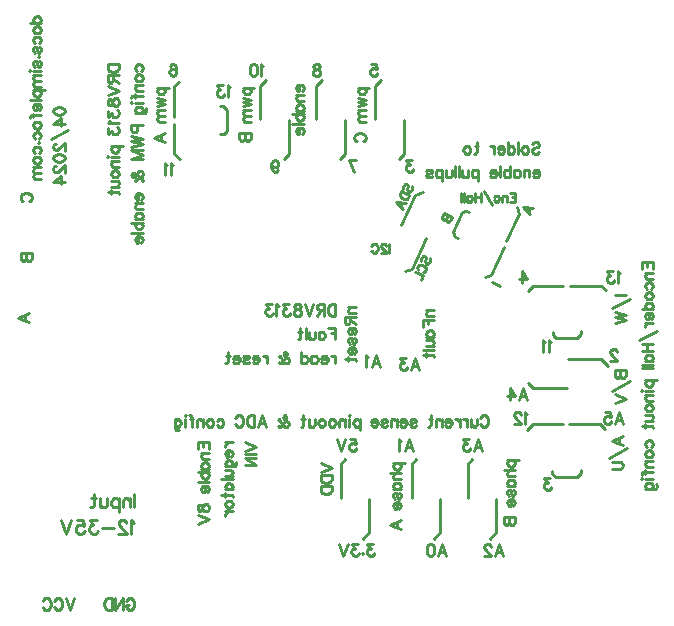
<source format=gbo>
G04 Layer: BottomSilkscreenLayer*
G04 EasyEDA v6.5.42, 2024-06-23 11:48:01*
G04 8461acd9e52441dfa5b1607b254f294a,2865ae9118a24060a17af6d01c9bcc73,10*
G04 Gerber Generator version 0.2*
G04 Scale: 100 percent, Rotated: No, Reflected: No *
G04 Dimensions in millimeters *
G04 leading zeros omitted , absolute positions ,4 integer and 5 decimal *
%FSLAX45Y45*%
%MOMM*%

%ADD10C,0.2540*%

%LPD*%
D10*
X2032690Y-584200D02*
G01*
X2128146Y-584200D01*
X2032690Y-584200D02*
G01*
X2032690Y-643290D01*
X2078144Y-584200D02*
G01*
X2078144Y-620562D01*
X2128146Y-584200D02*
G01*
X2128146Y-643290D01*
X2064509Y-673290D02*
G01*
X2128146Y-673290D01*
X2082690Y-673290D02*
G01*
X2069053Y-686927D01*
X2064509Y-696018D01*
X2064509Y-709655D01*
X2069053Y-718746D01*
X2082690Y-723290D01*
X2128146Y-723290D01*
X2078144Y-807836D02*
G01*
X2069053Y-798746D01*
X2064509Y-789655D01*
X2064509Y-776018D01*
X2069053Y-766927D01*
X2078144Y-757836D01*
X2091781Y-753290D01*
X2100872Y-753290D01*
X2114509Y-757836D01*
X2123600Y-766927D01*
X2128146Y-776018D01*
X2128146Y-789655D01*
X2123600Y-798746D01*
X2114509Y-807836D01*
X2064509Y-860564D02*
G01*
X2069053Y-851474D01*
X2078144Y-842380D01*
X2091781Y-837836D01*
X2100872Y-837836D01*
X2114509Y-842380D01*
X2123600Y-851474D01*
X2128146Y-860564D01*
X2128146Y-874199D01*
X2123600Y-883290D01*
X2114509Y-892380D01*
X2100872Y-896927D01*
X2091781Y-896927D01*
X2078144Y-892380D01*
X2069053Y-883290D01*
X2064509Y-874199D01*
X2064509Y-860564D01*
X2032690Y-981473D02*
G01*
X2128146Y-981473D01*
X2078144Y-981473D02*
G01*
X2069053Y-972383D01*
X2064509Y-963289D01*
X2064509Y-949655D01*
X2069053Y-940564D01*
X2078144Y-931473D01*
X2091781Y-926927D01*
X2100872Y-926927D01*
X2114509Y-931473D01*
X2123600Y-940564D01*
X2128146Y-949655D01*
X2128146Y-963289D01*
X2123600Y-972383D01*
X2114509Y-981473D01*
X2091781Y-1011473D02*
G01*
X2091781Y-1066017D01*
X2082690Y-1066017D01*
X2073600Y-1061473D01*
X2069053Y-1056927D01*
X2064509Y-1047836D01*
X2064509Y-1034199D01*
X2069053Y-1025108D01*
X2078144Y-1016017D01*
X2091781Y-1011473D01*
X2100872Y-1011473D01*
X2114509Y-1016017D01*
X2123600Y-1025108D01*
X2128146Y-1034199D01*
X2128146Y-1047836D01*
X2123600Y-1056927D01*
X2114509Y-1066017D01*
X2064509Y-1096017D02*
G01*
X2128146Y-1096017D01*
X2091781Y-1096017D02*
G01*
X2078144Y-1100564D01*
X2069053Y-1109654D01*
X2064509Y-1118745D01*
X2064509Y-1132382D01*
X2014509Y-1244201D02*
G01*
X2159962Y-1162382D01*
X2032690Y-1274201D02*
G01*
X2128146Y-1274201D01*
X2032690Y-1337835D02*
G01*
X2128146Y-1337835D01*
X2078144Y-1274201D02*
G01*
X2078144Y-1337835D01*
X2064509Y-1422382D02*
G01*
X2128146Y-1422382D01*
X2078144Y-1422382D02*
G01*
X2069053Y-1413291D01*
X2064509Y-1404200D01*
X2064509Y-1390563D01*
X2069053Y-1381472D01*
X2078144Y-1372382D01*
X2091781Y-1367835D01*
X2100872Y-1367835D01*
X2114509Y-1372382D01*
X2123600Y-1381472D01*
X2128146Y-1390563D01*
X2128146Y-1404200D01*
X2123600Y-1413291D01*
X2114509Y-1422382D01*
X2032690Y-1452382D02*
G01*
X2128146Y-1452382D01*
X2032690Y-1482382D02*
G01*
X2128146Y-1482382D01*
X2064509Y-1582381D02*
G01*
X2159962Y-1582381D01*
X2078144Y-1582381D02*
G01*
X2069053Y-1591472D01*
X2064509Y-1600563D01*
X2064509Y-1614200D01*
X2069053Y-1623291D01*
X2078144Y-1632381D01*
X2091781Y-1636928D01*
X2100872Y-1636928D01*
X2114509Y-1632381D01*
X2123600Y-1623291D01*
X2128146Y-1614200D01*
X2128146Y-1600563D01*
X2123600Y-1591472D01*
X2114509Y-1582381D01*
X2032690Y-1666928D02*
G01*
X2037237Y-1671472D01*
X2032690Y-1676019D01*
X2028144Y-1671472D01*
X2032690Y-1666928D01*
X2064509Y-1671472D02*
G01*
X2128146Y-1671472D01*
X2064509Y-1706018D02*
G01*
X2128146Y-1706018D01*
X2082690Y-1706018D02*
G01*
X2069053Y-1719656D01*
X2064509Y-1728746D01*
X2064509Y-1742381D01*
X2069053Y-1751472D01*
X2082690Y-1756018D01*
X2128146Y-1756018D01*
X2064509Y-1808746D02*
G01*
X2069053Y-1799656D01*
X2078144Y-1790565D01*
X2091781Y-1786018D01*
X2100872Y-1786018D01*
X2114509Y-1790565D01*
X2123600Y-1799656D01*
X2128146Y-1808746D01*
X2128146Y-1822381D01*
X2123600Y-1831474D01*
X2114509Y-1840565D01*
X2100872Y-1845109D01*
X2091781Y-1845109D01*
X2078144Y-1840565D01*
X2069053Y-1831474D01*
X2064509Y-1822381D01*
X2064509Y-1808746D01*
X2064509Y-1875109D02*
G01*
X2109962Y-1875109D01*
X2123600Y-1879655D01*
X2128146Y-1888746D01*
X2128146Y-1902381D01*
X2123600Y-1911474D01*
X2109962Y-1925109D01*
X2064509Y-1925109D02*
G01*
X2128146Y-1925109D01*
X2032690Y-1968746D02*
G01*
X2109962Y-1968746D01*
X2123600Y-1973290D01*
X2128146Y-1982383D01*
X2128146Y-1991474D01*
X2064509Y-1955109D02*
G01*
X2064509Y-1986927D01*
X2078144Y-2146018D02*
G01*
X2069053Y-2136927D01*
X2064509Y-2127836D01*
X2064509Y-2114202D01*
X2069053Y-2105108D01*
X2078144Y-2096018D01*
X2091781Y-2091474D01*
X2100872Y-2091474D01*
X2114509Y-2096018D01*
X2123600Y-2105108D01*
X2128146Y-2114202D01*
X2128146Y-2127836D01*
X2123600Y-2136927D01*
X2114509Y-2146018D01*
X2064509Y-2198745D02*
G01*
X2069053Y-2189655D01*
X2078144Y-2180564D01*
X2091781Y-2176018D01*
X2100872Y-2176018D01*
X2114509Y-2180564D01*
X2123600Y-2189655D01*
X2128146Y-2198745D01*
X2128146Y-2212383D01*
X2123600Y-2221473D01*
X2114509Y-2230564D01*
X2100872Y-2235111D01*
X2091781Y-2235111D01*
X2078144Y-2230564D01*
X2069053Y-2221473D01*
X2064509Y-2212383D01*
X2064509Y-2198745D01*
X2064509Y-2265111D02*
G01*
X2128146Y-2265111D01*
X2082690Y-2265111D02*
G01*
X2069053Y-2278745D01*
X2064509Y-2287836D01*
X2064509Y-2301473D01*
X2069053Y-2310564D01*
X2082690Y-2315110D01*
X2128146Y-2315110D01*
X2032690Y-2381473D02*
G01*
X2032690Y-2372382D01*
X2037237Y-2363292D01*
X2050872Y-2358745D01*
X2128146Y-2358745D01*
X2064509Y-2345110D02*
G01*
X2064509Y-2376929D01*
X2032690Y-2411473D02*
G01*
X2037237Y-2416020D01*
X2032690Y-2420564D01*
X2028144Y-2416020D01*
X2032690Y-2411473D01*
X2064509Y-2416020D02*
G01*
X2128146Y-2416020D01*
X2064509Y-2505110D02*
G01*
X2137237Y-2505110D01*
X2150872Y-2500563D01*
X2155418Y-2496019D01*
X2159962Y-2486929D01*
X2159962Y-2473291D01*
X2155418Y-2464201D01*
X2078144Y-2505110D02*
G01*
X2069053Y-2496019D01*
X2064509Y-2486929D01*
X2064509Y-2473291D01*
X2069053Y-2464201D01*
X2078144Y-2455110D01*
X2091781Y-2450564D01*
X2100872Y-2450564D01*
X2114509Y-2455110D01*
X2123600Y-2464201D01*
X2128146Y-2473291D01*
X2128146Y-2486929D01*
X2123600Y-2496019D01*
X2114509Y-2505110D01*
X-237677Y-2972488D02*
G01*
X-287677Y-2972488D01*
X-260405Y-3008853D01*
X-274043Y-3008853D01*
X-283133Y-3013397D01*
X-287677Y-3017944D01*
X-292224Y-3031581D01*
X-292224Y-3040672D01*
X-287677Y-3054306D01*
X-278587Y-3063397D01*
X-264952Y-3067944D01*
X-251315Y-3067944D01*
X-237677Y-3063397D01*
X-233133Y-3058853D01*
X-228587Y-3049762D01*
X-326768Y-3045216D02*
G01*
X-322224Y-3049762D01*
X-326768Y-3054306D01*
X-331315Y-3049762D01*
X-326768Y-3045216D01*
X-370405Y-2972488D02*
G01*
X-420405Y-2972488D01*
X-393133Y-3008853D01*
X-406770Y-3008853D01*
X-415861Y-3013397D01*
X-420405Y-3017944D01*
X-424952Y-3031581D01*
X-424952Y-3040672D01*
X-420405Y-3054306D01*
X-411314Y-3063397D01*
X-397677Y-3067944D01*
X-384042Y-3067944D01*
X-370405Y-3063397D01*
X-365861Y-3058853D01*
X-361315Y-3049762D01*
X-454952Y-2972488D02*
G01*
X-491314Y-3067944D01*
X-527679Y-2972488D02*
G01*
X-491314Y-3067944D01*
X-2488509Y1092200D02*
G01*
X-2393053Y1092200D01*
X-2488509Y1092200D02*
G01*
X-2488509Y1060381D01*
X-2483962Y1046746D01*
X-2474871Y1037653D01*
X-2465781Y1033109D01*
X-2452146Y1028562D01*
X-2429418Y1028562D01*
X-2415781Y1033109D01*
X-2406690Y1037653D01*
X-2397599Y1046746D01*
X-2393053Y1060381D01*
X-2393053Y1092200D01*
X-2488509Y998562D02*
G01*
X-2393053Y998562D01*
X-2488509Y998562D02*
G01*
X-2488509Y957653D01*
X-2483962Y944018D01*
X-2479418Y939472D01*
X-2470327Y934928D01*
X-2461237Y934928D01*
X-2452146Y939472D01*
X-2447599Y944018D01*
X-2443055Y957653D01*
X-2443055Y998562D01*
X-2443055Y966744D02*
G01*
X-2393053Y934928D01*
X-2488509Y904928D02*
G01*
X-2393053Y868563D01*
X-2488509Y832200D02*
G01*
X-2393053Y868563D01*
X-2488509Y779472D02*
G01*
X-2483962Y793109D01*
X-2474871Y797653D01*
X-2465781Y797653D01*
X-2456690Y793109D01*
X-2452146Y784019D01*
X-2447599Y765835D01*
X-2443055Y752200D01*
X-2433962Y743110D01*
X-2424871Y738563D01*
X-2411237Y738563D01*
X-2402146Y743110D01*
X-2397599Y747654D01*
X-2393053Y761291D01*
X-2393053Y779472D01*
X-2397599Y793109D01*
X-2402146Y797653D01*
X-2411237Y802200D01*
X-2424871Y802200D01*
X-2433962Y797653D01*
X-2443055Y788563D01*
X-2447599Y774926D01*
X-2452146Y756744D01*
X-2456690Y747654D01*
X-2465781Y743110D01*
X-2474871Y743110D01*
X-2483962Y747654D01*
X-2488509Y761291D01*
X-2488509Y779472D01*
X-2488509Y699472D02*
G01*
X-2488509Y649472D01*
X-2452146Y676744D01*
X-2452146Y663107D01*
X-2447599Y654016D01*
X-2443055Y649472D01*
X-2429418Y644926D01*
X-2420327Y644926D01*
X-2406690Y649472D01*
X-2397599Y658563D01*
X-2393053Y672200D01*
X-2393053Y685835D01*
X-2397599Y699472D01*
X-2402146Y704016D01*
X-2411237Y708563D01*
X-2470327Y614926D02*
G01*
X-2474871Y605835D01*
X-2488509Y592200D01*
X-2393053Y592200D01*
X-2488509Y553107D02*
G01*
X-2488509Y503107D01*
X-2452146Y530382D01*
X-2452146Y516745D01*
X-2447599Y507654D01*
X-2443055Y503107D01*
X-2429418Y498563D01*
X-2420327Y498563D01*
X-2406690Y503107D01*
X-2397599Y512198D01*
X-2393053Y525835D01*
X-2393053Y539473D01*
X-2397599Y553107D01*
X-2402146Y557654D01*
X-2411237Y562198D01*
X-2456690Y398564D02*
G01*
X-2361237Y398564D01*
X-2443055Y398564D02*
G01*
X-2452146Y389473D01*
X-2456690Y380380D01*
X-2456690Y366745D01*
X-2452146Y357654D01*
X-2443055Y348564D01*
X-2429418Y344017D01*
X-2420327Y344017D01*
X-2406690Y348564D01*
X-2397599Y357654D01*
X-2393053Y366745D01*
X-2393053Y380380D01*
X-2397599Y389473D01*
X-2406690Y398564D01*
X-2488509Y314017D02*
G01*
X-2483962Y309471D01*
X-2488509Y304926D01*
X-2493055Y309471D01*
X-2488509Y314017D01*
X-2456690Y309471D02*
G01*
X-2393053Y309471D01*
X-2456690Y274927D02*
G01*
X-2393053Y274927D01*
X-2438509Y274927D02*
G01*
X-2452146Y261289D01*
X-2456690Y252199D01*
X-2456690Y238564D01*
X-2452146Y229471D01*
X-2438509Y224927D01*
X-2393053Y224927D01*
X-2456690Y172199D02*
G01*
X-2452146Y181289D01*
X-2443055Y190380D01*
X-2429418Y194927D01*
X-2420327Y194927D01*
X-2406690Y190380D01*
X-2397599Y181289D01*
X-2393053Y172199D01*
X-2393053Y158562D01*
X-2397599Y149471D01*
X-2406690Y140380D01*
X-2420327Y135836D01*
X-2429418Y135836D01*
X-2443055Y140380D01*
X-2452146Y149471D01*
X-2456690Y158562D01*
X-2456690Y172199D01*
X-2456690Y105836D02*
G01*
X-2411237Y105836D01*
X-2397599Y101290D01*
X-2393053Y92199D01*
X-2393053Y78562D01*
X-2397599Y69471D01*
X-2411237Y55836D01*
X-2456690Y55836D02*
G01*
X-2393053Y55836D01*
X-2488509Y12199D02*
G01*
X-2411237Y12199D01*
X-2397599Y7653D01*
X-2393053Y-1437D01*
X-2393053Y-10528D01*
X-2456690Y25836D02*
G01*
X-2456690Y-5981D01*
X-2241453Y1037653D02*
G01*
X-2250546Y1046746D01*
X-2255090Y1055837D01*
X-2255090Y1069472D01*
X-2250546Y1078562D01*
X-2241453Y1087653D01*
X-2227818Y1092200D01*
X-2218728Y1092200D01*
X-2205090Y1087653D01*
X-2196000Y1078562D01*
X-2191453Y1069472D01*
X-2191453Y1055837D01*
X-2196000Y1046746D01*
X-2205090Y1037653D01*
X-2255090Y984928D02*
G01*
X-2250546Y994018D01*
X-2241453Y1003109D01*
X-2227818Y1007653D01*
X-2218728Y1007653D01*
X-2205090Y1003109D01*
X-2196000Y994018D01*
X-2191453Y984928D01*
X-2191453Y971290D01*
X-2196000Y962200D01*
X-2205090Y953109D01*
X-2218728Y948562D01*
X-2227818Y948562D01*
X-2241453Y953109D01*
X-2250546Y962200D01*
X-2255090Y971290D01*
X-2255090Y984928D01*
X-2255090Y918563D02*
G01*
X-2191453Y918563D01*
X-2236909Y918563D02*
G01*
X-2250546Y904928D01*
X-2255090Y895835D01*
X-2255090Y882200D01*
X-2250546Y873109D01*
X-2236909Y868563D01*
X-2191453Y868563D01*
X-2286909Y802200D02*
G01*
X-2286909Y811291D01*
X-2282362Y820381D01*
X-2268728Y824925D01*
X-2191453Y824925D01*
X-2255090Y838563D02*
G01*
X-2255090Y806744D01*
X-2286909Y772200D02*
G01*
X-2282362Y767654D01*
X-2286909Y763109D01*
X-2291453Y767654D01*
X-2286909Y772200D01*
X-2255090Y767654D02*
G01*
X-2191453Y767654D01*
X-2255090Y678563D02*
G01*
X-2182362Y678563D01*
X-2168728Y683107D01*
X-2164181Y687654D01*
X-2159637Y696744D01*
X-2159637Y710382D01*
X-2164181Y719472D01*
X-2241453Y678563D02*
G01*
X-2250546Y687654D01*
X-2255090Y696744D01*
X-2255090Y710382D01*
X-2250546Y719472D01*
X-2241453Y728563D01*
X-2227818Y733110D01*
X-2218728Y733110D01*
X-2205090Y728563D01*
X-2196000Y719472D01*
X-2191453Y710382D01*
X-2191453Y696744D01*
X-2196000Y687654D01*
X-2205090Y678563D01*
X-2286909Y578563D02*
G01*
X-2191453Y578563D01*
X-2286909Y578563D02*
G01*
X-2286909Y537654D01*
X-2282362Y524017D01*
X-2277818Y519473D01*
X-2268728Y514926D01*
X-2255090Y514926D01*
X-2246000Y519473D01*
X-2241453Y524017D01*
X-2236909Y537654D01*
X-2236909Y578563D01*
X-2286909Y484926D02*
G01*
X-2191453Y462198D01*
X-2286909Y439473D02*
G01*
X-2191453Y462198D01*
X-2286909Y439473D02*
G01*
X-2191453Y416745D01*
X-2286909Y394017D02*
G01*
X-2191453Y416745D01*
X-2286909Y364017D02*
G01*
X-2191453Y364017D01*
X-2286909Y364017D02*
G01*
X-2191453Y327654D01*
X-2286909Y291289D02*
G01*
X-2191453Y327654D01*
X-2286909Y291289D02*
G01*
X-2191453Y291289D01*
X-2246000Y100380D02*
G01*
X-2250546Y100380D01*
X-2255090Y104927D01*
X-2255090Y109471D01*
X-2250546Y114018D01*
X-2241453Y118562D01*
X-2218728Y127652D01*
X-2205090Y136745D01*
X-2196000Y145836D01*
X-2191453Y154927D01*
X-2191453Y173108D01*
X-2196000Y182199D01*
X-2200544Y186745D01*
X-2209637Y191289D01*
X-2218728Y191289D01*
X-2227818Y186745D01*
X-2232362Y182199D01*
X-2250546Y150380D01*
X-2255090Y145836D01*
X-2264181Y141290D01*
X-2273272Y141290D01*
X-2282362Y145836D01*
X-2286909Y154927D01*
X-2282362Y164017D01*
X-2273272Y168562D01*
X-2264181Y168562D01*
X-2250546Y164017D01*
X-2236909Y154927D01*
X-2205090Y132199D01*
X-2196000Y123108D01*
X-2191453Y114018D01*
X-2191453Y104927D01*
X-2196000Y100380D01*
X-2200544Y100380D01*
X-2227818Y380D02*
G01*
X-2227818Y-54165D01*
X-2236909Y-54165D01*
X-2246000Y-49618D01*
X-2250546Y-45072D01*
X-2255090Y-35981D01*
X-2255090Y-22346D01*
X-2250546Y-13256D01*
X-2241453Y-4163D01*
X-2227818Y380D01*
X-2218728Y380D01*
X-2205090Y-4163D01*
X-2196000Y-13256D01*
X-2191453Y-22346D01*
X-2191453Y-35981D01*
X-2196000Y-45072D01*
X-2205090Y-54165D01*
X-2255090Y-84165D02*
G01*
X-2191453Y-84165D01*
X-2236909Y-84165D02*
G01*
X-2250546Y-97800D01*
X-2255090Y-106890D01*
X-2255090Y-120528D01*
X-2250546Y-129618D01*
X-2236909Y-134165D01*
X-2191453Y-134165D01*
X-2255090Y-218709D02*
G01*
X-2191453Y-218709D01*
X-2241453Y-218709D02*
G01*
X-2250546Y-209618D01*
X-2255090Y-200527D01*
X-2255090Y-186890D01*
X-2250546Y-177800D01*
X-2241453Y-168709D01*
X-2227818Y-164165D01*
X-2218728Y-164165D01*
X-2205090Y-168709D01*
X-2196000Y-177800D01*
X-2191453Y-186890D01*
X-2191453Y-200527D01*
X-2196000Y-209618D01*
X-2205090Y-218709D01*
X-2286909Y-248709D02*
G01*
X-2191453Y-248709D01*
X-2241453Y-248709D02*
G01*
X-2250546Y-257799D01*
X-2255090Y-266890D01*
X-2255090Y-280527D01*
X-2250546Y-289618D01*
X-2241453Y-298709D01*
X-2227818Y-303255D01*
X-2218728Y-303255D01*
X-2205090Y-298709D01*
X-2196000Y-289618D01*
X-2191453Y-280527D01*
X-2191453Y-266890D01*
X-2196000Y-257799D01*
X-2205090Y-248709D01*
X-2286909Y-333255D02*
G01*
X-2191453Y-333255D01*
X-2227818Y-363255D02*
G01*
X-2227818Y-417802D01*
X-2236909Y-417802D01*
X-2246000Y-413255D01*
X-2250546Y-408708D01*
X-2255090Y-399618D01*
X-2255090Y-385983D01*
X-2250546Y-376892D01*
X-2241453Y-367799D01*
X-2227818Y-363255D01*
X-2218728Y-363255D01*
X-2205090Y-367799D01*
X-2196000Y-376892D01*
X-2191453Y-385983D01*
X-2191453Y-399618D01*
X-2196000Y-408708D01*
X-2205090Y-417802D01*
X1804083Y-863589D02*
G01*
X1899536Y-863589D01*
X1785901Y-975408D02*
G01*
X1931355Y-893589D01*
X1804083Y-1005408D02*
G01*
X1899536Y-1028136D01*
X1804083Y-1050864D02*
G01*
X1899536Y-1028136D01*
X1804083Y-1050864D02*
G01*
X1899536Y-1073591D01*
X1804083Y-1096317D02*
G01*
X1899536Y-1073591D01*
X965187Y4516D02*
G01*
X965187Y-71846D01*
X965187Y4516D02*
G01*
X917915Y4516D01*
X965187Y-31846D02*
G01*
X936096Y-31846D01*
X965187Y-71846D02*
G01*
X917915Y-71846D01*
X893914Y-20937D02*
G01*
X893914Y-71846D01*
X893914Y-35483D02*
G01*
X883005Y-24574D01*
X875733Y-20937D01*
X864824Y-20937D01*
X857552Y-24574D01*
X853914Y-35483D01*
X853914Y-71846D01*
X786277Y-31846D02*
G01*
X793551Y-24574D01*
X800823Y-20937D01*
X811733Y-20937D01*
X819005Y-24574D01*
X826277Y-31846D01*
X829914Y-42755D01*
X829914Y-50027D01*
X826277Y-60937D01*
X819005Y-68209D01*
X811733Y-71846D01*
X800823Y-71846D01*
X793551Y-68209D01*
X786277Y-60937D01*
X696823Y19062D02*
G01*
X762279Y-97299D01*
X672823Y4516D02*
G01*
X672823Y-71846D01*
X621916Y4516D02*
G01*
X621916Y-71846D01*
X672823Y-31846D02*
G01*
X621916Y-31846D01*
X554278Y-20937D02*
G01*
X554278Y-71846D01*
X554278Y-31846D02*
G01*
X561550Y-24574D01*
X568825Y-20937D01*
X579734Y-20937D01*
X587006Y-24574D01*
X594278Y-31846D01*
X597915Y-42755D01*
X597915Y-50027D01*
X594278Y-60937D01*
X587006Y-68209D01*
X579734Y-71846D01*
X568825Y-71846D01*
X561550Y-68209D01*
X554278Y-60937D01*
X530278Y4516D02*
G01*
X530278Y-71846D01*
X506277Y4516D02*
G01*
X506277Y-71846D01*
X-101612Y-427283D02*
G01*
X-101612Y-503646D01*
X-129247Y-445465D02*
G01*
X-129247Y-441827D01*
X-132885Y-434555D01*
X-136522Y-430918D01*
X-143794Y-427283D01*
X-158341Y-427283D01*
X-165613Y-430918D01*
X-169247Y-434555D01*
X-172885Y-441827D01*
X-172885Y-449099D01*
X-169247Y-456374D01*
X-161975Y-467283D01*
X-125613Y-503646D01*
X-176522Y-503646D01*
X-255066Y-445465D02*
G01*
X-251429Y-438193D01*
X-244157Y-430918D01*
X-236885Y-427283D01*
X-222338Y-427283D01*
X-215066Y-430918D01*
X-207794Y-438193D01*
X-204157Y-445465D01*
X-200522Y-456374D01*
X-200522Y-474555D01*
X-204157Y-485465D01*
X-207794Y-492737D01*
X-215066Y-500009D01*
X-222338Y-503646D01*
X-236885Y-503646D01*
X-244157Y-500009D01*
X-251429Y-492737D01*
X-255066Y-485465D01*
X668418Y-1903018D02*
G01*
X672962Y-1893928D01*
X682053Y-1884837D01*
X691146Y-1880290D01*
X709328Y-1880290D01*
X718418Y-1884837D01*
X727509Y-1893928D01*
X732053Y-1903018D01*
X736600Y-1916653D01*
X736600Y-1939381D01*
X732053Y-1953018D01*
X727509Y-1962109D01*
X718418Y-1971200D01*
X709328Y-1975746D01*
X691146Y-1975746D01*
X682053Y-1971200D01*
X672962Y-1962109D01*
X668418Y-1953018D01*
X638418Y-1912109D02*
G01*
X638418Y-1957562D01*
X633872Y-1971200D01*
X624781Y-1975746D01*
X611144Y-1975746D01*
X602053Y-1971200D01*
X588418Y-1957562D01*
X588418Y-1912109D02*
G01*
X588418Y-1975746D01*
X558419Y-1912109D02*
G01*
X558419Y-1975746D01*
X558419Y-1939381D02*
G01*
X553872Y-1925744D01*
X544781Y-1916653D01*
X535691Y-1912109D01*
X522053Y-1912109D01*
X492053Y-1912109D02*
G01*
X492053Y-1975746D01*
X492053Y-1939381D02*
G01*
X487509Y-1925744D01*
X478419Y-1916653D01*
X469325Y-1912109D01*
X455691Y-1912109D01*
X425691Y-1939381D02*
G01*
X371144Y-1939381D01*
X371144Y-1930290D01*
X375691Y-1921200D01*
X380235Y-1916653D01*
X389326Y-1912109D01*
X402963Y-1912109D01*
X412054Y-1916653D01*
X421144Y-1925744D01*
X425691Y-1939381D01*
X425691Y-1948472D01*
X421144Y-1962109D01*
X412054Y-1971200D01*
X402963Y-1975746D01*
X389326Y-1975746D01*
X380235Y-1971200D01*
X371144Y-1962109D01*
X341144Y-1912109D02*
G01*
X341144Y-1975746D01*
X341144Y-1930290D02*
G01*
X327510Y-1916653D01*
X318416Y-1912109D01*
X304782Y-1912109D01*
X295691Y-1916653D01*
X291144Y-1930290D01*
X291144Y-1975746D01*
X247507Y-1880290D02*
G01*
X247507Y-1957562D01*
X242963Y-1971200D01*
X233873Y-1975746D01*
X224782Y-1975746D01*
X261145Y-1912109D02*
G01*
X229326Y-1912109D01*
X74782Y-1925744D02*
G01*
X79326Y-1916653D01*
X92963Y-1912109D01*
X106598Y-1912109D01*
X120235Y-1916653D01*
X124782Y-1925744D01*
X120235Y-1934837D01*
X111145Y-1939381D01*
X88417Y-1943928D01*
X79326Y-1948472D01*
X74782Y-1957562D01*
X74782Y-1962109D01*
X79326Y-1971200D01*
X92963Y-1975746D01*
X106598Y-1975746D01*
X120235Y-1971200D01*
X124782Y-1962109D01*
X44780Y-1939381D02*
G01*
X-9763Y-1939381D01*
X-9763Y-1930290D01*
X-5219Y-1921200D01*
X-673Y-1916653D01*
X8417Y-1912109D01*
X22054Y-1912109D01*
X31145Y-1916653D01*
X40236Y-1925744D01*
X44780Y-1939381D01*
X44780Y-1948472D01*
X40236Y-1962109D01*
X31145Y-1971200D01*
X22054Y-1975746D01*
X8417Y-1975746D01*
X-673Y-1971200D01*
X-9763Y-1962109D01*
X-39763Y-1912109D02*
G01*
X-39763Y-1975746D01*
X-39763Y-1930290D02*
G01*
X-53400Y-1916653D01*
X-62491Y-1912109D01*
X-76128Y-1912109D01*
X-85219Y-1916653D01*
X-89763Y-1930290D01*
X-89763Y-1975746D01*
X-169763Y-1925744D02*
G01*
X-165219Y-1916653D01*
X-151582Y-1912109D01*
X-137944Y-1912109D01*
X-124310Y-1916653D01*
X-119763Y-1925744D01*
X-124310Y-1934837D01*
X-133400Y-1939381D01*
X-156128Y-1943928D01*
X-165219Y-1948472D01*
X-169763Y-1957562D01*
X-169763Y-1962109D01*
X-165219Y-1971200D01*
X-151582Y-1975746D01*
X-137944Y-1975746D01*
X-124310Y-1971200D01*
X-119763Y-1962109D01*
X-199763Y-1939381D02*
G01*
X-254309Y-1939381D01*
X-254309Y-1930290D01*
X-249763Y-1921200D01*
X-245219Y-1916653D01*
X-236128Y-1912109D01*
X-222491Y-1912109D01*
X-213400Y-1916653D01*
X-204309Y-1925744D01*
X-199763Y-1939381D01*
X-199763Y-1948472D01*
X-204309Y-1962109D01*
X-213400Y-1971200D01*
X-222491Y-1975746D01*
X-236128Y-1975746D01*
X-245219Y-1971200D01*
X-254309Y-1962109D01*
X-354309Y-1912109D02*
G01*
X-354309Y-2007562D01*
X-354309Y-1925744D02*
G01*
X-363400Y-1916653D01*
X-372491Y-1912109D01*
X-386128Y-1912109D01*
X-395218Y-1916653D01*
X-404309Y-1925744D01*
X-408856Y-1939381D01*
X-408856Y-1948472D01*
X-404309Y-1962109D01*
X-395218Y-1971200D01*
X-386128Y-1975746D01*
X-372491Y-1975746D01*
X-363400Y-1971200D01*
X-354309Y-1962109D01*
X-438856Y-1880290D02*
G01*
X-443400Y-1884837D01*
X-447946Y-1880290D01*
X-443400Y-1875744D01*
X-438856Y-1880290D01*
X-443400Y-1912109D02*
G01*
X-443400Y-1975746D01*
X-477946Y-1912109D02*
G01*
X-477946Y-1975746D01*
X-477946Y-1930290D02*
G01*
X-491581Y-1916653D01*
X-500674Y-1912109D01*
X-514309Y-1912109D01*
X-523400Y-1916653D01*
X-527946Y-1930290D01*
X-527946Y-1975746D01*
X-580674Y-1912109D02*
G01*
X-571581Y-1916653D01*
X-562490Y-1925744D01*
X-557946Y-1939381D01*
X-557946Y-1948472D01*
X-562490Y-1962109D01*
X-571581Y-1971200D01*
X-580674Y-1975746D01*
X-594309Y-1975746D01*
X-603399Y-1971200D01*
X-612490Y-1962109D01*
X-617037Y-1948472D01*
X-617037Y-1939381D01*
X-612490Y-1925744D01*
X-603399Y-1916653D01*
X-594309Y-1912109D01*
X-580674Y-1912109D01*
X-669764Y-1912109D02*
G01*
X-660674Y-1916653D01*
X-651583Y-1925744D01*
X-647037Y-1939381D01*
X-647037Y-1948472D01*
X-651583Y-1962109D01*
X-660674Y-1971200D01*
X-669764Y-1975746D01*
X-683399Y-1975746D01*
X-692492Y-1971200D01*
X-701583Y-1962109D01*
X-706127Y-1948472D01*
X-706127Y-1939381D01*
X-701583Y-1925744D01*
X-692492Y-1916653D01*
X-683399Y-1912109D01*
X-669764Y-1912109D01*
X-736127Y-1912109D02*
G01*
X-736127Y-1957562D01*
X-740674Y-1971200D01*
X-749764Y-1975746D01*
X-763399Y-1975746D01*
X-772492Y-1971200D01*
X-786127Y-1957562D01*
X-786127Y-1912109D02*
G01*
X-786127Y-1975746D01*
X-829764Y-1880290D02*
G01*
X-829764Y-1957562D01*
X-834308Y-1971200D01*
X-843401Y-1975746D01*
X-852492Y-1975746D01*
X-816127Y-1912109D02*
G01*
X-847945Y-1912109D01*
X-1043401Y-1921200D02*
G01*
X-1043401Y-1916653D01*
X-1038854Y-1912109D01*
X-1034310Y-1912109D01*
X-1029764Y-1916653D01*
X-1025220Y-1925744D01*
X-1016126Y-1948472D01*
X-1007036Y-1962109D01*
X-997945Y-1971200D01*
X-988855Y-1975746D01*
X-970673Y-1975746D01*
X-961583Y-1971200D01*
X-957036Y-1966653D01*
X-952492Y-1957562D01*
X-952492Y-1948472D01*
X-957036Y-1939381D01*
X-961583Y-1934837D01*
X-993401Y-1916653D01*
X-997945Y-1912109D01*
X-1002492Y-1903018D01*
X-1002492Y-1893928D01*
X-997945Y-1884837D01*
X-988855Y-1880290D01*
X-979764Y-1884837D01*
X-975220Y-1893928D01*
X-975220Y-1903018D01*
X-979764Y-1916653D01*
X-988855Y-1930290D01*
X-1011582Y-1962109D01*
X-1020673Y-1971200D01*
X-1029764Y-1975746D01*
X-1038854Y-1975746D01*
X-1043401Y-1971200D01*
X-1043401Y-1966653D01*
X-1179763Y-1880290D02*
G01*
X-1143401Y-1975746D01*
X-1179763Y-1880290D02*
G01*
X-1216129Y-1975746D01*
X-1157038Y-1943928D02*
G01*
X-1202491Y-1943928D01*
X-1246129Y-1880290D02*
G01*
X-1246129Y-1975746D01*
X-1246129Y-1880290D02*
G01*
X-1277947Y-1880290D01*
X-1291582Y-1884837D01*
X-1300673Y-1893928D01*
X-1305219Y-1903018D01*
X-1309763Y-1916653D01*
X-1309763Y-1939381D01*
X-1305219Y-1953018D01*
X-1300673Y-1962109D01*
X-1291582Y-1971200D01*
X-1277947Y-1975746D01*
X-1246129Y-1975746D01*
X-1407947Y-1903018D02*
G01*
X-1403400Y-1893928D01*
X-1394310Y-1884837D01*
X-1385219Y-1880290D01*
X-1367038Y-1880290D01*
X-1357947Y-1884837D01*
X-1348856Y-1893928D01*
X-1344310Y-1903018D01*
X-1339763Y-1916653D01*
X-1339763Y-1939381D01*
X-1344310Y-1953018D01*
X-1348856Y-1962109D01*
X-1357947Y-1971200D01*
X-1367038Y-1975746D01*
X-1385219Y-1975746D01*
X-1394310Y-1971200D01*
X-1403400Y-1962109D01*
X-1407947Y-1953018D01*
X-1562491Y-1925744D02*
G01*
X-1553400Y-1916653D01*
X-1544309Y-1912109D01*
X-1530675Y-1912109D01*
X-1521581Y-1916653D01*
X-1512491Y-1925744D01*
X-1507947Y-1939381D01*
X-1507947Y-1948472D01*
X-1512491Y-1962109D01*
X-1521581Y-1971200D01*
X-1530675Y-1975746D01*
X-1544309Y-1975746D01*
X-1553400Y-1971200D01*
X-1562491Y-1962109D01*
X-1615219Y-1912109D02*
G01*
X-1606128Y-1916653D01*
X-1597037Y-1925744D01*
X-1592491Y-1939381D01*
X-1592491Y-1948472D01*
X-1597037Y-1962109D01*
X-1606128Y-1971200D01*
X-1615219Y-1975746D01*
X-1628856Y-1975746D01*
X-1637946Y-1971200D01*
X-1647037Y-1962109D01*
X-1651584Y-1948472D01*
X-1651584Y-1939381D01*
X-1647037Y-1925744D01*
X-1637946Y-1916653D01*
X-1628856Y-1912109D01*
X-1615219Y-1912109D01*
X-1681584Y-1912109D02*
G01*
X-1681584Y-1975746D01*
X-1681584Y-1930290D02*
G01*
X-1695218Y-1916653D01*
X-1704309Y-1912109D01*
X-1717946Y-1912109D01*
X-1727037Y-1916653D01*
X-1731584Y-1930290D01*
X-1731584Y-1975746D01*
X-1797946Y-1880290D02*
G01*
X-1788855Y-1880290D01*
X-1779765Y-1884837D01*
X-1775218Y-1898472D01*
X-1775218Y-1975746D01*
X-1761583Y-1912109D02*
G01*
X-1793402Y-1912109D01*
X-1827946Y-1880290D02*
G01*
X-1832493Y-1884837D01*
X-1837037Y-1880290D01*
X-1832493Y-1875744D01*
X-1827946Y-1880290D01*
X-1832493Y-1912109D02*
G01*
X-1832493Y-1975746D01*
X-1921583Y-1912109D02*
G01*
X-1921583Y-1984837D01*
X-1917037Y-1998472D01*
X-1912493Y-2003018D01*
X-1903402Y-2007562D01*
X-1889765Y-2007562D01*
X-1880674Y-2003018D01*
X-1921583Y-1925744D02*
G01*
X-1912493Y-1916653D01*
X-1903402Y-1912109D01*
X-1889765Y-1912109D01*
X-1880674Y-1916653D01*
X-1871583Y-1925744D01*
X-1867037Y-1939381D01*
X-1867037Y-1948472D01*
X-1871583Y-1962109D01*
X-1880674Y-1971200D01*
X-1889765Y-1975746D01*
X-1903402Y-1975746D01*
X-1912493Y-1971200D01*
X-1921583Y-1962109D01*
X-3148896Y1444064D02*
G01*
X-3053441Y1444064D01*
X-3103441Y1444064D02*
G01*
X-3112532Y1453156D01*
X-3117077Y1462246D01*
X-3117077Y1475882D01*
X-3112532Y1484973D01*
X-3103441Y1494063D01*
X-3089805Y1498610D01*
X-3080714Y1498610D01*
X-3067077Y1494063D01*
X-3057987Y1484973D01*
X-3053441Y1475882D01*
X-3053441Y1462246D01*
X-3057987Y1453156D01*
X-3067077Y1444064D01*
X-3117077Y1391338D02*
G01*
X-3112532Y1400428D01*
X-3103441Y1409519D01*
X-3089805Y1414064D01*
X-3080714Y1414064D01*
X-3067077Y1409519D01*
X-3057987Y1400428D01*
X-3053441Y1391338D01*
X-3053441Y1377701D01*
X-3057987Y1368610D01*
X-3067077Y1359519D01*
X-3080714Y1354973D01*
X-3089805Y1354973D01*
X-3103441Y1359519D01*
X-3112532Y1368610D01*
X-3117077Y1377701D01*
X-3117077Y1391338D01*
X-3103441Y1270428D02*
G01*
X-3112532Y1279519D01*
X-3117077Y1288610D01*
X-3117077Y1302245D01*
X-3112532Y1311338D01*
X-3103441Y1320429D01*
X-3089805Y1324973D01*
X-3080714Y1324973D01*
X-3067077Y1320429D01*
X-3057987Y1311338D01*
X-3053441Y1302245D01*
X-3053441Y1288610D01*
X-3057987Y1279519D01*
X-3067077Y1270428D01*
X-3103441Y1190428D02*
G01*
X-3112532Y1194973D01*
X-3117077Y1208610D01*
X-3117077Y1222245D01*
X-3112532Y1235882D01*
X-3103441Y1240429D01*
X-3094349Y1235882D01*
X-3089805Y1226792D01*
X-3085259Y1204064D01*
X-3080714Y1194973D01*
X-3071623Y1190428D01*
X-3067077Y1190428D01*
X-3057987Y1194973D01*
X-3053441Y1208610D01*
X-3053441Y1222245D01*
X-3057987Y1235882D01*
X-3067077Y1240429D01*
X-3076168Y1155882D02*
G01*
X-3071623Y1160426D01*
X-3067077Y1155882D01*
X-3071623Y1151336D01*
X-3076168Y1155882D01*
X-3103441Y1071336D02*
G01*
X-3112532Y1075882D01*
X-3117077Y1089517D01*
X-3117077Y1103155D01*
X-3112532Y1116791D01*
X-3103441Y1121336D01*
X-3094349Y1116791D01*
X-3089805Y1107701D01*
X-3085259Y1084973D01*
X-3080714Y1075882D01*
X-3071623Y1071336D01*
X-3067077Y1071336D01*
X-3057987Y1075882D01*
X-3053441Y1089517D01*
X-3053441Y1103155D01*
X-3057987Y1116791D01*
X-3067077Y1121336D01*
X-3148896Y1041336D02*
G01*
X-3144349Y1036792D01*
X-3148896Y1032245D01*
X-3153443Y1036792D01*
X-3148896Y1041336D01*
X-3117077Y1036792D02*
G01*
X-3053441Y1036792D01*
X-3117077Y1002245D02*
G01*
X-3053441Y1002245D01*
X-3098896Y1002245D02*
G01*
X-3112532Y988608D01*
X-3117077Y979517D01*
X-3117077Y965883D01*
X-3112532Y956791D01*
X-3098896Y952245D01*
X-3053441Y952245D01*
X-3098896Y952245D02*
G01*
X-3112532Y938609D01*
X-3117077Y929518D01*
X-3117077Y915883D01*
X-3112532Y906792D01*
X-3098896Y902246D01*
X-3053441Y902246D01*
X-3117077Y872246D02*
G01*
X-3021623Y872246D01*
X-3103441Y872246D02*
G01*
X-3112532Y863155D01*
X-3117077Y854064D01*
X-3117077Y840427D01*
X-3112532Y831336D01*
X-3103441Y822246D01*
X-3089805Y817699D01*
X-3080714Y817699D01*
X-3067077Y822246D01*
X-3057987Y831336D01*
X-3053441Y840427D01*
X-3053441Y854064D01*
X-3057987Y863155D01*
X-3067077Y872246D01*
X-3148896Y787700D02*
G01*
X-3053441Y787700D01*
X-3089805Y757699D02*
G01*
X-3089805Y703155D01*
X-3098896Y703155D01*
X-3107987Y707700D01*
X-3112532Y712246D01*
X-3117077Y721337D01*
X-3117077Y734973D01*
X-3112532Y744064D01*
X-3103441Y753155D01*
X-3089805Y757699D01*
X-3080714Y757699D01*
X-3067077Y753155D01*
X-3057987Y744064D01*
X-3053441Y734973D01*
X-3053441Y721337D01*
X-3057987Y712246D01*
X-3067077Y703155D01*
X-3148896Y636791D02*
G01*
X-3148896Y645882D01*
X-3144349Y654973D01*
X-3130714Y659518D01*
X-3053441Y659518D01*
X-3117077Y673155D02*
G01*
X-3117077Y641336D01*
X-3117077Y584064D02*
G01*
X-3112532Y593155D01*
X-3103441Y602246D01*
X-3089805Y606791D01*
X-3080714Y606791D01*
X-3067077Y602246D01*
X-3057987Y593155D01*
X-3053441Y584064D01*
X-3053441Y570428D01*
X-3057987Y561337D01*
X-3067077Y552246D01*
X-3080714Y547700D01*
X-3089805Y547700D01*
X-3103441Y552246D01*
X-3112532Y561337D01*
X-3117077Y570428D01*
X-3117077Y584064D01*
X-3103441Y463156D02*
G01*
X-3112532Y472246D01*
X-3117077Y481337D01*
X-3117077Y494973D01*
X-3112532Y504064D01*
X-3103441Y513155D01*
X-3089805Y517700D01*
X-3080714Y517700D01*
X-3067077Y513155D01*
X-3057987Y504064D01*
X-3053441Y494973D01*
X-3053441Y481337D01*
X-3057987Y472246D01*
X-3067077Y463156D01*
X-3076168Y428609D02*
G01*
X-3071623Y433155D01*
X-3067077Y428609D01*
X-3071623Y424064D01*
X-3076168Y428609D01*
X-3103441Y339519D02*
G01*
X-3112532Y348609D01*
X-3117077Y357700D01*
X-3117077Y371336D01*
X-3112532Y380427D01*
X-3103441Y389518D01*
X-3089805Y394064D01*
X-3080714Y394064D01*
X-3067077Y389518D01*
X-3057987Y380427D01*
X-3053441Y371336D01*
X-3053441Y357700D01*
X-3057987Y348609D01*
X-3067077Y339519D01*
X-3117077Y286791D02*
G01*
X-3112532Y295882D01*
X-3103441Y304972D01*
X-3089805Y309518D01*
X-3080714Y309518D01*
X-3067077Y304972D01*
X-3057987Y295882D01*
X-3053441Y286791D01*
X-3053441Y273154D01*
X-3057987Y264064D01*
X-3067077Y254973D01*
X-3080714Y250427D01*
X-3089805Y250427D01*
X-3103441Y254973D01*
X-3112532Y264064D01*
X-3117077Y273154D01*
X-3117077Y286791D01*
X-3117077Y220427D02*
G01*
X-3053441Y220427D01*
X-3098896Y220427D02*
G01*
X-3112532Y206791D01*
X-3117077Y197700D01*
X-3117077Y184063D01*
X-3112532Y174973D01*
X-3098896Y170427D01*
X-3053441Y170427D01*
X-3098896Y170427D02*
G01*
X-3112532Y156791D01*
X-3117077Y147700D01*
X-3117077Y134063D01*
X-3112532Y124973D01*
X-3098896Y120427D01*
X-3053441Y120427D01*
X-2947296Y701337D02*
G01*
X-2942750Y714973D01*
X-2929114Y724064D01*
X-2906387Y728609D01*
X-2892750Y728609D01*
X-2870024Y724064D01*
X-2856387Y714973D01*
X-2851841Y701337D01*
X-2851841Y692246D01*
X-2856387Y678609D01*
X-2870024Y669518D01*
X-2892750Y664974D01*
X-2906387Y664974D01*
X-2929114Y669518D01*
X-2942750Y678609D01*
X-2947296Y692246D01*
X-2947296Y701337D01*
X-2947296Y589518D02*
G01*
X-2883659Y634973D01*
X-2883659Y566791D01*
X-2947296Y589518D02*
G01*
X-2851841Y589518D01*
X-2965477Y454973D02*
G01*
X-2820024Y536791D01*
X-2924568Y420428D02*
G01*
X-2929114Y420428D01*
X-2938205Y415882D01*
X-2942750Y411337D01*
X-2947296Y402245D01*
X-2947296Y384064D01*
X-2942750Y374973D01*
X-2938205Y370427D01*
X-2929114Y365882D01*
X-2920023Y365882D01*
X-2910932Y370427D01*
X-2897296Y379518D01*
X-2851841Y424973D01*
X-2851841Y361336D01*
X-2947296Y304064D02*
G01*
X-2942750Y317700D01*
X-2929114Y326791D01*
X-2906387Y331337D01*
X-2892750Y331337D01*
X-2870024Y326791D01*
X-2856387Y317700D01*
X-2851841Y304064D01*
X-2851841Y294973D01*
X-2856387Y281338D01*
X-2870024Y272244D01*
X-2892750Y267700D01*
X-2906387Y267700D01*
X-2929114Y272244D01*
X-2942750Y281338D01*
X-2947296Y294973D01*
X-2947296Y304064D01*
X-2924568Y233154D02*
G01*
X-2929114Y233154D01*
X-2938205Y228610D01*
X-2942750Y224063D01*
X-2947296Y214972D01*
X-2947296Y196791D01*
X-2942750Y187700D01*
X-2938205Y183154D01*
X-2929114Y178610D01*
X-2920023Y178610D01*
X-2910932Y183154D01*
X-2897296Y192244D01*
X-2851841Y237700D01*
X-2851841Y174063D01*
X-2947296Y98610D02*
G01*
X-2883659Y144063D01*
X-2883659Y75882D01*
X-2947296Y98610D02*
G01*
X-2851841Y98610D01*
X-1341490Y893600D02*
G01*
X-1246035Y893600D01*
X-1327853Y893600D02*
G01*
X-1336944Y884510D01*
X-1341490Y875419D01*
X-1341490Y861782D01*
X-1336944Y852691D01*
X-1327853Y843600D01*
X-1314216Y839055D01*
X-1305126Y839055D01*
X-1291490Y843600D01*
X-1282397Y852691D01*
X-1277853Y861782D01*
X-1277853Y875419D01*
X-1282397Y884510D01*
X-1291490Y893600D01*
X-1341490Y809055D02*
G01*
X-1277853Y790873D01*
X-1341490Y772691D02*
G01*
X-1277853Y790873D01*
X-1341490Y772691D02*
G01*
X-1277853Y754509D01*
X-1341490Y736328D02*
G01*
X-1277853Y754509D01*
X-1341490Y706328D02*
G01*
X-1277853Y706328D01*
X-1323307Y706328D02*
G01*
X-1336944Y692691D01*
X-1341490Y683600D01*
X-1341490Y669964D01*
X-1336944Y660873D01*
X-1323307Y656328D01*
X-1277853Y656328D01*
X-1323307Y656328D02*
G01*
X-1336944Y642691D01*
X-1341490Y633600D01*
X-1341490Y619963D01*
X-1336944Y610873D01*
X-1323307Y606328D01*
X-1277853Y606328D01*
X-1373307Y506328D02*
G01*
X-1277853Y506328D01*
X-1373307Y506328D02*
G01*
X-1373307Y465419D01*
X-1368762Y451782D01*
X-1364217Y447238D01*
X-1355126Y442691D01*
X-1346035Y442691D01*
X-1336944Y447238D01*
X-1332398Y451782D01*
X-1327853Y465419D01*
X-1327853Y506328D02*
G01*
X-1327853Y465419D01*
X-1323307Y451782D01*
X-1318762Y447238D01*
X-1309671Y442691D01*
X-1296035Y442691D01*
X-1286944Y447238D01*
X-1282397Y451782D01*
X-1277853Y465419D01*
X-1277853Y506328D01*
X-685096Y-2285989D02*
G01*
X-589641Y-2322352D01*
X-685096Y-2358717D02*
G01*
X-589641Y-2322352D01*
X-685096Y-2388717D02*
G01*
X-589641Y-2388717D01*
X-685096Y-2388717D02*
G01*
X-685096Y-2420535D01*
X-680550Y-2434171D01*
X-671459Y-2443262D01*
X-662369Y-2447808D01*
X-648732Y-2452354D01*
X-626005Y-2452354D01*
X-612369Y-2447808D01*
X-603277Y-2443262D01*
X-594187Y-2434171D01*
X-589641Y-2420535D01*
X-589641Y-2388717D01*
X-685096Y-2482353D02*
G01*
X-589641Y-2482353D01*
X-685096Y-2482353D02*
G01*
X-685096Y-2514170D01*
X-680550Y-2527808D01*
X-671459Y-2536899D01*
X-662369Y-2541444D01*
X-648732Y-2545989D01*
X-626005Y-2545989D01*
X-612369Y-2541444D01*
X-603277Y-2536899D01*
X-594187Y-2527808D01*
X-589641Y-2514170D01*
X-589641Y-2482353D01*
X1804083Y-1498594D02*
G01*
X1899536Y-1498594D01*
X1804083Y-1498594D02*
G01*
X1804083Y-1539504D01*
X1808627Y-1553141D01*
X1813173Y-1557685D01*
X1822264Y-1562232D01*
X1831355Y-1562232D01*
X1840445Y-1557685D01*
X1844992Y-1553141D01*
X1849536Y-1539504D01*
X1849536Y-1498594D02*
G01*
X1849536Y-1539504D01*
X1854083Y-1553141D01*
X1858627Y-1557685D01*
X1867717Y-1562232D01*
X1881355Y-1562232D01*
X1890445Y-1557685D01*
X1894992Y-1553141D01*
X1899536Y-1539504D01*
X1899536Y-1498594D01*
X1785901Y-1674050D02*
G01*
X1931355Y-1592232D01*
X1804083Y-1704050D02*
G01*
X1899536Y-1740413D01*
X1804083Y-1776778D02*
G01*
X1899536Y-1740413D01*
X1104737Y417451D02*
G01*
X1113828Y426542D01*
X1127465Y431088D01*
X1145646Y431088D01*
X1159283Y426542D01*
X1168374Y417451D01*
X1168374Y408360D01*
X1163828Y399270D01*
X1159283Y394726D01*
X1150193Y390179D01*
X1122921Y381088D01*
X1113828Y376542D01*
X1109284Y371998D01*
X1104737Y362907D01*
X1104737Y349270D01*
X1113828Y340179D01*
X1127465Y335633D01*
X1145646Y335633D01*
X1159283Y340179D01*
X1168374Y349270D01*
X1052012Y399270D02*
G01*
X1061102Y394726D01*
X1070193Y385635D01*
X1074737Y371998D01*
X1074737Y362907D01*
X1070193Y349270D01*
X1061102Y340179D01*
X1052012Y335633D01*
X1038374Y335633D01*
X1029284Y340179D01*
X1020193Y349270D01*
X1015646Y362907D01*
X1015646Y371998D01*
X1020193Y385635D01*
X1029284Y394726D01*
X1038374Y399270D01*
X1052012Y399270D01*
X985647Y431088D02*
G01*
X985647Y335633D01*
X901100Y431088D02*
G01*
X901100Y335633D01*
X901100Y385635D02*
G01*
X910193Y394726D01*
X919284Y399270D01*
X932919Y399270D01*
X942009Y394726D01*
X951102Y385635D01*
X955647Y371998D01*
X955647Y362907D01*
X951102Y349270D01*
X942009Y340179D01*
X932919Y335633D01*
X919284Y335633D01*
X910193Y340179D01*
X901100Y349270D01*
X871100Y371998D02*
G01*
X816556Y371998D01*
X816556Y381088D01*
X821100Y390179D01*
X825647Y394726D01*
X834737Y399270D01*
X848375Y399270D01*
X857465Y394726D01*
X866556Y385635D01*
X871100Y371998D01*
X871100Y362907D01*
X866556Y349270D01*
X857465Y340179D01*
X848375Y335633D01*
X834737Y335633D01*
X825647Y340179D01*
X816556Y349270D01*
X786556Y399270D02*
G01*
X786556Y335633D01*
X786556Y371998D02*
G01*
X782010Y385635D01*
X772919Y394726D01*
X763828Y399270D01*
X750191Y399270D01*
X636557Y431088D02*
G01*
X636557Y353816D01*
X632010Y340179D01*
X622919Y335633D01*
X613829Y335633D01*
X650191Y399270D02*
G01*
X618373Y399270D01*
X561101Y399270D02*
G01*
X570191Y394726D01*
X579282Y385635D01*
X583829Y371998D01*
X583829Y362907D01*
X579282Y349270D01*
X570191Y340179D01*
X561101Y335633D01*
X547463Y335633D01*
X538373Y340179D01*
X529282Y349270D01*
X524738Y362907D01*
X524738Y371998D01*
X529282Y385635D01*
X538373Y394726D01*
X547463Y399270D01*
X561101Y399270D01*
X1168374Y170398D02*
G01*
X1113828Y170398D01*
X1113828Y179489D01*
X1118374Y188579D01*
X1122921Y193126D01*
X1132011Y197670D01*
X1145646Y197670D01*
X1154737Y193126D01*
X1163828Y184033D01*
X1168374Y170398D01*
X1168374Y161307D01*
X1163828Y147670D01*
X1154737Y138579D01*
X1145646Y134033D01*
X1132011Y134033D01*
X1122921Y138579D01*
X1113828Y147670D01*
X1083828Y197670D02*
G01*
X1083828Y134033D01*
X1083828Y179489D02*
G01*
X1070193Y193126D01*
X1061102Y197670D01*
X1047465Y197670D01*
X1038374Y193126D01*
X1033828Y179489D01*
X1033828Y134033D01*
X949284Y197670D02*
G01*
X949284Y134033D01*
X949284Y184033D02*
G01*
X958375Y193126D01*
X967465Y197670D01*
X981102Y197670D01*
X990193Y193126D01*
X999284Y184033D01*
X1003828Y170398D01*
X1003828Y161307D01*
X999284Y147670D01*
X990193Y138579D01*
X981102Y134033D01*
X967465Y134033D01*
X958375Y138579D01*
X949284Y147670D01*
X919284Y229488D02*
G01*
X919284Y134033D01*
X919284Y184033D02*
G01*
X910193Y193126D01*
X901100Y197670D01*
X887465Y197670D01*
X878375Y193126D01*
X869284Y184033D01*
X864737Y170398D01*
X864737Y161307D01*
X869284Y147670D01*
X878375Y138579D01*
X887465Y134033D01*
X901100Y134033D01*
X910193Y138579D01*
X919284Y147670D01*
X834737Y229488D02*
G01*
X834737Y134033D01*
X804738Y170398D02*
G01*
X750191Y170398D01*
X750191Y179489D01*
X754738Y188579D01*
X759284Y193126D01*
X768375Y197670D01*
X782010Y197670D01*
X791100Y193126D01*
X800191Y184033D01*
X804738Y170398D01*
X804738Y161307D01*
X800191Y147670D01*
X791100Y138579D01*
X782010Y134033D01*
X768375Y134033D01*
X759284Y138579D01*
X750191Y147670D01*
X650191Y197670D02*
G01*
X650191Y102217D01*
X650191Y184033D02*
G01*
X641101Y193126D01*
X632010Y197670D01*
X618373Y197670D01*
X609282Y193126D01*
X600191Y184033D01*
X595647Y170398D01*
X595647Y161307D01*
X600191Y147670D01*
X609282Y138579D01*
X618373Y134033D01*
X632010Y134033D01*
X641101Y138579D01*
X650191Y147670D01*
X565647Y197670D02*
G01*
X565647Y152217D01*
X561101Y138579D01*
X552010Y134033D01*
X538373Y134033D01*
X529282Y138579D01*
X515647Y152217D01*
X515647Y197670D02*
G01*
X515647Y134033D01*
X485648Y229488D02*
G01*
X485648Y134033D01*
X455648Y229488D02*
G01*
X455648Y134033D01*
X425648Y197670D02*
G01*
X425648Y152217D01*
X421101Y138579D01*
X412010Y134033D01*
X398373Y134033D01*
X389282Y138579D01*
X375645Y152217D01*
X375645Y197670D02*
G01*
X375645Y134033D01*
X345645Y197670D02*
G01*
X345645Y102217D01*
X345645Y184033D02*
G01*
X336555Y193126D01*
X327464Y197670D01*
X313829Y197670D01*
X304739Y193126D01*
X295645Y184033D01*
X291101Y170398D01*
X291101Y161307D01*
X295645Y147670D01*
X304739Y138579D01*
X313829Y134033D01*
X327464Y134033D01*
X336555Y138579D01*
X345645Y147670D01*
X211101Y184033D02*
G01*
X215646Y193126D01*
X229283Y197670D01*
X242920Y197670D01*
X256555Y193126D01*
X261101Y184033D01*
X256555Y174942D01*
X247464Y170398D01*
X224736Y165851D01*
X215646Y161307D01*
X211101Y152217D01*
X211101Y147670D01*
X215646Y138579D01*
X229283Y134033D01*
X242920Y134033D01*
X256555Y138579D01*
X261101Y147670D01*
X-366486Y893607D02*
G01*
X-271032Y893607D01*
X-352850Y893607D02*
G01*
X-361941Y884516D01*
X-366486Y875425D01*
X-366486Y861788D01*
X-361941Y852698D01*
X-352850Y843607D01*
X-339214Y839062D01*
X-330123Y839062D01*
X-316486Y843607D01*
X-307395Y852698D01*
X-302850Y861788D01*
X-302850Y875425D01*
X-307395Y884516D01*
X-316486Y893607D01*
X-366486Y809061D02*
G01*
X-302850Y790879D01*
X-366486Y772698D02*
G01*
X-302850Y790879D01*
X-366486Y772698D02*
G01*
X-302850Y754516D01*
X-366486Y736335D02*
G01*
X-302850Y754516D01*
X-366486Y706335D02*
G01*
X-302850Y706335D01*
X-348305Y706335D02*
G01*
X-361941Y692698D01*
X-366486Y683607D01*
X-366486Y669970D01*
X-361941Y660880D01*
X-348305Y656333D01*
X-302850Y656333D01*
X-348305Y656333D02*
G01*
X-361941Y642698D01*
X-366486Y633608D01*
X-366486Y619970D01*
X-361941Y610880D01*
X-348305Y606333D01*
X-302850Y606333D01*
X-375577Y438152D02*
G01*
X-384667Y442699D01*
X-393759Y451789D01*
X-398305Y460880D01*
X-398305Y479061D01*
X-393759Y488152D01*
X-384667Y497243D01*
X-375577Y501789D01*
X-361941Y506333D01*
X-339214Y506333D01*
X-325577Y501789D01*
X-316486Y497243D01*
X-307395Y488152D01*
X-302850Y479061D01*
X-302850Y460880D01*
X-307395Y451789D01*
X-316486Y442699D01*
X-325577Y438152D01*
X-2066483Y893607D02*
G01*
X-1971028Y893607D01*
X-2052848Y893607D02*
G01*
X-2061938Y884516D01*
X-2066483Y875425D01*
X-2066483Y861788D01*
X-2061938Y852698D01*
X-2052848Y843607D01*
X-2039210Y839062D01*
X-2030119Y839062D01*
X-2016483Y843607D01*
X-2007392Y852698D01*
X-2002845Y861788D01*
X-2002845Y875425D01*
X-2007392Y884516D01*
X-2016483Y893607D01*
X-2066483Y809061D02*
G01*
X-2002845Y790879D01*
X-2066483Y772698D02*
G01*
X-2002845Y790879D01*
X-2066483Y772698D02*
G01*
X-2002845Y754516D01*
X-2066483Y736335D02*
G01*
X-2002845Y754516D01*
X-2066483Y706335D02*
G01*
X-2002845Y706335D01*
X-2048301Y706335D02*
G01*
X-2061938Y692698D01*
X-2066483Y683607D01*
X-2066483Y669970D01*
X-2061938Y660880D01*
X-2048301Y656333D01*
X-2002845Y656333D01*
X-2048301Y656333D02*
G01*
X-2061938Y642698D01*
X-2066483Y633608D01*
X-2066483Y619970D01*
X-2061938Y610880D01*
X-2048301Y606333D01*
X-2002845Y606333D01*
X-2098301Y469971D02*
G01*
X-2002845Y506333D01*
X-2098301Y469971D02*
G01*
X-2002845Y433608D01*
X-2034664Y492699D02*
G01*
X-2034664Y447243D01*
X-3202404Y-68196D02*
G01*
X-3211494Y-63649D01*
X-3220585Y-54559D01*
X-3225131Y-45468D01*
X-3225131Y-27287D01*
X-3220585Y-18196D01*
X-3211494Y-9105D01*
X-3202404Y-4559D01*
X-3188769Y-15D01*
X-3166041Y-15D01*
X-3152404Y-4559D01*
X-3143313Y-9105D01*
X-3134222Y-18196D01*
X-3129676Y-27287D01*
X-3129676Y-45468D01*
X-3134222Y-54559D01*
X-3143313Y-63649D01*
X-3152404Y-68196D01*
X-3225106Y-507997D02*
G01*
X-3129650Y-507997D01*
X-3225106Y-507997D02*
G01*
X-3225106Y-548906D01*
X-3220559Y-562543D01*
X-3216015Y-567090D01*
X-3206925Y-571634D01*
X-3197834Y-571634D01*
X-3188743Y-567090D01*
X-3184197Y-562543D01*
X-3179653Y-548906D01*
X-3179653Y-507997D02*
G01*
X-3179653Y-548906D01*
X-3175106Y-562543D01*
X-3170560Y-567090D01*
X-3161469Y-571634D01*
X-3147834Y-571634D01*
X-3138744Y-567090D01*
X-3134197Y-562543D01*
X-3129650Y-548906D01*
X-3129650Y-507997D01*
X-3250506Y-1052375D02*
G01*
X-3155050Y-1016010D01*
X-3250506Y-1052375D02*
G01*
X-3155050Y-1088737D01*
X-3186869Y-1029647D02*
G01*
X-3186869Y-1075100D01*
X-2768602Y-3429701D02*
G01*
X-2804965Y-3525156D01*
X-2841330Y-3429701D02*
G01*
X-2804965Y-3525156D01*
X-2939511Y-3452428D02*
G01*
X-2934967Y-3443338D01*
X-2925874Y-3434247D01*
X-2916783Y-3429701D01*
X-2898602Y-3429701D01*
X-2889511Y-3434247D01*
X-2880420Y-3443338D01*
X-2875874Y-3452428D01*
X-2871330Y-3466066D01*
X-2871330Y-3488794D01*
X-2875874Y-3502428D01*
X-2880420Y-3511519D01*
X-2889511Y-3520610D01*
X-2898602Y-3525156D01*
X-2916783Y-3525156D01*
X-2925874Y-3520610D01*
X-2934967Y-3511519D01*
X-2939511Y-3502428D01*
X-3037692Y-3452428D02*
G01*
X-3033148Y-3443338D01*
X-3024057Y-3434247D01*
X-3014967Y-3429701D01*
X-2996783Y-3429701D01*
X-2987692Y-3434247D01*
X-2978602Y-3443338D01*
X-2974058Y-3452428D01*
X-2969511Y-3466066D01*
X-2969511Y-3488794D01*
X-2974058Y-3502428D01*
X-2978602Y-3511519D01*
X-2987692Y-3520610D01*
X-2996783Y-3525156D01*
X-3014967Y-3525156D01*
X-3024057Y-3520610D01*
X-3033148Y-3511519D01*
X-3037692Y-3502428D01*
X-2328806Y-3452436D02*
G01*
X-2324262Y-3443345D01*
X-2315171Y-3434255D01*
X-2306081Y-3429708D01*
X-2287897Y-3429708D01*
X-2278806Y-3434255D01*
X-2269716Y-3443345D01*
X-2265172Y-3452436D01*
X-2260625Y-3466073D01*
X-2260625Y-3488799D01*
X-2265172Y-3502436D01*
X-2269716Y-3511527D01*
X-2278806Y-3520617D01*
X-2287897Y-3525164D01*
X-2306081Y-3525164D01*
X-2315171Y-3520617D01*
X-2324262Y-3511527D01*
X-2328806Y-3502436D01*
X-2328806Y-3488799D01*
X-2306081Y-3488799D02*
G01*
X-2328806Y-3488799D01*
X-2358806Y-3429708D02*
G01*
X-2358806Y-3525164D01*
X-2358806Y-3429708D02*
G01*
X-2422443Y-3525164D01*
X-2422443Y-3429708D02*
G01*
X-2422443Y-3525164D01*
X-2452443Y-3429708D02*
G01*
X-2452443Y-3525164D01*
X-2452443Y-3429708D02*
G01*
X-2484262Y-3429708D01*
X-2497899Y-3434255D01*
X-2506990Y-3443345D01*
X-2511534Y-3452436D01*
X-2516080Y-3466073D01*
X-2516080Y-3488799D01*
X-2511534Y-3502436D01*
X-2506990Y-3511527D01*
X-2497899Y-3520617D01*
X-2484262Y-3525164D01*
X-2452443Y-3525164D01*
X-435546Y-2083501D02*
G01*
X-390093Y-2083501D01*
X-385546Y-2124410D01*
X-390093Y-2119866D01*
X-403730Y-2115319D01*
X-417365Y-2115319D01*
X-431002Y-2119866D01*
X-440093Y-2128956D01*
X-444637Y-2142591D01*
X-444637Y-2151684D01*
X-440093Y-2165319D01*
X-431002Y-2174410D01*
X-417365Y-2178956D01*
X-403730Y-2178956D01*
X-390093Y-2174410D01*
X-385546Y-2169866D01*
X-381002Y-2160775D01*
X-474639Y-2083501D02*
G01*
X-511002Y-2178956D01*
X-547364Y-2083501D02*
G01*
X-511002Y-2178956D01*
X896089Y-2260597D02*
G01*
X991542Y-2260597D01*
X909723Y-2260597D02*
G01*
X900633Y-2269688D01*
X896089Y-2278778D01*
X896089Y-2292416D01*
X900633Y-2301506D01*
X909723Y-2310597D01*
X923361Y-2315143D01*
X932451Y-2315143D01*
X946089Y-2310597D01*
X955179Y-2301506D01*
X959726Y-2292416D01*
X959726Y-2278778D01*
X955179Y-2269688D01*
X946089Y-2260597D01*
X864270Y-2345143D02*
G01*
X959726Y-2345143D01*
X914270Y-2345143D02*
G01*
X900633Y-2358778D01*
X896089Y-2367869D01*
X896089Y-2381506D01*
X900633Y-2390597D01*
X914270Y-2395143D01*
X959726Y-2395143D01*
X896089Y-2479687D02*
G01*
X959726Y-2479687D01*
X909723Y-2479687D02*
G01*
X900633Y-2470597D01*
X896089Y-2461506D01*
X896089Y-2447869D01*
X900633Y-2438778D01*
X909723Y-2429687D01*
X923361Y-2425143D01*
X932451Y-2425143D01*
X946089Y-2429687D01*
X955179Y-2438778D01*
X959726Y-2447869D01*
X959726Y-2461506D01*
X955179Y-2470597D01*
X946089Y-2479687D01*
X909723Y-2559687D02*
G01*
X900633Y-2555143D01*
X896089Y-2541506D01*
X896089Y-2527871D01*
X900633Y-2514234D01*
X909723Y-2509687D01*
X918817Y-2514234D01*
X923361Y-2523324D01*
X927907Y-2546052D01*
X932451Y-2555143D01*
X941542Y-2559687D01*
X946089Y-2559687D01*
X955179Y-2555143D01*
X959726Y-2541506D01*
X959726Y-2527871D01*
X955179Y-2514234D01*
X946089Y-2509687D01*
X923361Y-2589687D02*
G01*
X923361Y-2644233D01*
X914270Y-2644233D01*
X905179Y-2639687D01*
X900633Y-2635143D01*
X896089Y-2626052D01*
X896089Y-2612415D01*
X900633Y-2603324D01*
X909723Y-2594234D01*
X923361Y-2589687D01*
X932451Y-2589687D01*
X946089Y-2594234D01*
X955179Y-2603324D01*
X959726Y-2612415D01*
X959726Y-2626052D01*
X955179Y-2635143D01*
X946089Y-2644233D01*
X864270Y-2744233D02*
G01*
X959726Y-2744233D01*
X864270Y-2744233D02*
G01*
X864270Y-2785143D01*
X868817Y-2798780D01*
X873361Y-2803324D01*
X882451Y-2807870D01*
X891542Y-2807870D01*
X900633Y-2803324D01*
X905179Y-2798780D01*
X909723Y-2785143D01*
X909723Y-2744233D02*
G01*
X909723Y-2785143D01*
X914270Y-2798780D01*
X918817Y-2803324D01*
X927907Y-2807870D01*
X941542Y-2807870D01*
X950633Y-2803324D01*
X955179Y-2798780D01*
X959726Y-2785143D01*
X959726Y-2744233D01*
X-69110Y-2286012D02*
G01*
X26342Y-2286012D01*
X-55476Y-2286012D02*
G01*
X-64566Y-2295103D01*
X-69110Y-2304194D01*
X-69110Y-2317831D01*
X-64566Y-2326921D01*
X-55476Y-2336012D01*
X-41838Y-2340559D01*
X-32748Y-2340559D01*
X-19110Y-2336012D01*
X-10020Y-2326921D01*
X-5476Y-2317831D01*
X-5476Y-2304194D01*
X-10020Y-2295103D01*
X-19110Y-2286012D01*
X-100929Y-2370559D02*
G01*
X-5476Y-2370559D01*
X-50929Y-2370559D02*
G01*
X-64566Y-2384193D01*
X-69110Y-2393284D01*
X-69110Y-2406921D01*
X-64566Y-2416012D01*
X-50929Y-2420559D01*
X-5476Y-2420559D01*
X-69110Y-2505102D02*
G01*
X-5476Y-2505102D01*
X-55476Y-2505102D02*
G01*
X-64566Y-2496012D01*
X-69110Y-2486921D01*
X-69110Y-2473286D01*
X-64566Y-2464193D01*
X-55476Y-2455103D01*
X-41838Y-2450558D01*
X-32748Y-2450558D01*
X-19110Y-2455103D01*
X-10020Y-2464193D01*
X-5476Y-2473286D01*
X-5476Y-2486921D01*
X-10020Y-2496012D01*
X-19110Y-2505102D01*
X-55476Y-2585102D02*
G01*
X-64566Y-2580558D01*
X-69110Y-2566921D01*
X-69110Y-2553286D01*
X-64566Y-2539649D01*
X-55476Y-2535102D01*
X-46385Y-2539649D01*
X-41838Y-2548740D01*
X-37294Y-2571468D01*
X-32748Y-2580558D01*
X-23657Y-2585102D01*
X-19110Y-2585102D01*
X-10020Y-2580558D01*
X-5476Y-2566921D01*
X-5476Y-2553286D01*
X-10020Y-2539649D01*
X-19110Y-2535102D01*
X-41838Y-2615105D02*
G01*
X-41838Y-2669649D01*
X-50929Y-2669649D01*
X-60020Y-2665105D01*
X-64566Y-2660558D01*
X-69110Y-2651467D01*
X-69110Y-2637830D01*
X-64566Y-2628739D01*
X-55476Y-2619649D01*
X-41838Y-2615105D01*
X-32748Y-2615105D01*
X-19110Y-2619649D01*
X-10020Y-2628739D01*
X-5476Y-2637830D01*
X-5476Y-2651467D01*
X-10020Y-2660558D01*
X-19110Y-2669649D01*
X-100929Y-2806014D02*
G01*
X-5476Y-2769649D01*
X-100929Y-2806014D02*
G01*
X-5476Y-2842376D01*
X-37294Y-2783286D02*
G01*
X-37294Y-2828739D01*
X827227Y-2972478D02*
G01*
X863589Y-3067933D01*
X827227Y-2972478D02*
G01*
X790864Y-3067933D01*
X849955Y-3036115D02*
G01*
X804499Y-3036115D01*
X756318Y-2995206D02*
G01*
X756318Y-2990662D01*
X751771Y-2981571D01*
X747227Y-2977024D01*
X738136Y-2972478D01*
X719955Y-2972478D01*
X710862Y-2977024D01*
X706318Y-2981571D01*
X701771Y-2990662D01*
X701771Y-2999752D01*
X706318Y-3008843D01*
X715408Y-3022480D01*
X760862Y-3067933D01*
X697227Y-3067933D01*
X649439Y-2083490D02*
G01*
X685805Y-2178946D01*
X649439Y-2083490D02*
G01*
X613077Y-2178946D01*
X672167Y-2147128D02*
G01*
X626714Y-2147128D01*
X573986Y-2083490D02*
G01*
X523986Y-2083490D01*
X551258Y-2119853D01*
X537621Y-2119853D01*
X528530Y-2124400D01*
X523986Y-2128944D01*
X519440Y-2142581D01*
X519440Y-2151672D01*
X523986Y-2165309D01*
X533077Y-2174400D01*
X546714Y-2178946D01*
X560349Y-2178946D01*
X573986Y-2174400D01*
X578530Y-2169853D01*
X583077Y-2160762D01*
X344627Y-2972503D02*
G01*
X380989Y-3067956D01*
X344627Y-2972503D02*
G01*
X308262Y-3067956D01*
X367352Y-3036138D02*
G01*
X321899Y-3036138D01*
X250990Y-2972503D02*
G01*
X264627Y-2977047D01*
X273718Y-2990684D01*
X278262Y-3013412D01*
X278262Y-3027047D01*
X273718Y-3049775D01*
X264627Y-3063412D01*
X250990Y-3067956D01*
X241899Y-3067956D01*
X228262Y-3063412D01*
X219171Y-3049775D01*
X214624Y-3027047D01*
X214624Y-3013412D01*
X219171Y-2990684D01*
X228262Y-2977047D01*
X241899Y-2972503D01*
X250990Y-2972503D01*
X65229Y-2083490D02*
G01*
X101592Y-2178946D01*
X65229Y-2083490D02*
G01*
X28864Y-2178946D01*
X87955Y-2147128D02*
G01*
X42501Y-2147128D01*
X-1135Y-2101672D02*
G01*
X-10226Y-2097128D01*
X-23863Y-2083490D01*
X-23863Y-2178946D01*
X1066789Y-1873087D02*
G01*
X1057696Y-1868543D01*
X1044061Y-1854906D01*
X1044061Y-1950361D01*
X1009515Y-1877634D02*
G01*
X1009515Y-1873087D01*
X1004971Y-1863996D01*
X1000424Y-1859452D01*
X991334Y-1854906D01*
X973152Y-1854906D01*
X964062Y-1859452D01*
X959515Y-1863996D01*
X954971Y-1873087D01*
X954971Y-1882178D01*
X959515Y-1891271D01*
X968606Y-1904906D01*
X1014061Y-1950361D01*
X950424Y-1950361D01*
X1843224Y-1854908D02*
G01*
X1879589Y-1950361D01*
X1843224Y-1854908D02*
G01*
X1806862Y-1950361D01*
X1865952Y-1918543D02*
G01*
X1820496Y-1918543D01*
X1722315Y-1854908D02*
G01*
X1767771Y-1854908D01*
X1772315Y-1895817D01*
X1767771Y-1891271D01*
X1754134Y-1886727D01*
X1740496Y-1886727D01*
X1726862Y-1891271D01*
X1717771Y-1900361D01*
X1713224Y-1913999D01*
X1713224Y-1923089D01*
X1717771Y-1936727D01*
X1726862Y-1945817D01*
X1740496Y-1950361D01*
X1754134Y-1950361D01*
X1767771Y-1945817D01*
X1772315Y-1941271D01*
X1776862Y-1932180D01*
X1270007Y-1263477D02*
G01*
X1260916Y-1258930D01*
X1247279Y-1245295D01*
X1247279Y-1340749D01*
X1217279Y-1263477D02*
G01*
X1208189Y-1258930D01*
X1194551Y-1245295D01*
X1194551Y-1340749D01*
X1854187Y-679267D02*
G01*
X1845096Y-674723D01*
X1831459Y-661085D01*
X1831459Y-756541D01*
X1792368Y-661085D02*
G01*
X1742368Y-661085D01*
X1769640Y-697450D01*
X1756006Y-697450D01*
X1746915Y-701995D01*
X1742368Y-706541D01*
X1737824Y-720176D01*
X1737824Y-729269D01*
X1742368Y-742904D01*
X1751459Y-751994D01*
X1765096Y-756541D01*
X1778731Y-756541D01*
X1792368Y-751994D01*
X1796915Y-747450D01*
X1801459Y-738360D01*
X1030437Y-1651685D02*
G01*
X1066802Y-1747139D01*
X1030437Y-1651685D02*
G01*
X994074Y-1747139D01*
X1053165Y-1715322D02*
G01*
X1007711Y-1715322D01*
X918618Y-1651685D02*
G01*
X964074Y-1715322D01*
X895893Y-1715322D01*
X918618Y-1651685D02*
G01*
X918618Y-1747139D01*
X-1447800Y895532D02*
G01*
X-1456890Y900079D01*
X-1470525Y913714D01*
X-1470525Y818260D01*
X-1509615Y913714D02*
G01*
X-1559618Y913714D01*
X-1532343Y877351D01*
X-1545981Y877351D01*
X-1555071Y872804D01*
X-1559618Y868260D01*
X-1564162Y854623D01*
X-1564162Y845532D01*
X-1559618Y831895D01*
X-1550525Y822805D01*
X-1536890Y818260D01*
X-1523253Y818260D01*
X-1509615Y822805D01*
X-1505071Y827351D01*
X-1500525Y836442D01*
X-1959559Y1077871D02*
G01*
X-1955012Y1086965D01*
X-1941375Y1091509D01*
X-1932284Y1091509D01*
X-1918649Y1086965D01*
X-1909559Y1073327D01*
X-1905012Y1050599D01*
X-1905012Y1027871D01*
X-1909559Y1009690D01*
X-1918649Y1000599D01*
X-1932284Y996055D01*
X-1936831Y996055D01*
X-1950466Y1000599D01*
X-1959559Y1009690D01*
X-1964103Y1023327D01*
X-1964103Y1027871D01*
X-1959559Y1041509D01*
X-1950466Y1050599D01*
X-1936831Y1055146D01*
X-1932284Y1055146D01*
X-1918649Y1050599D01*
X-1909559Y1041509D01*
X-1905012Y1027871D01*
X1260896Y-2413706D02*
G01*
X1210896Y-2413706D01*
X1238168Y-2450071D01*
X1224533Y-2450071D01*
X1215440Y-2454615D01*
X1210896Y-2459161D01*
X1206350Y-2472799D01*
X1206350Y-2481889D01*
X1210896Y-2495524D01*
X1219987Y-2504615D01*
X1233624Y-2509161D01*
X1247259Y-2509161D01*
X1260896Y-2504615D01*
X1265440Y-2500071D01*
X1269987Y-2490980D01*
X1021339Y-661093D02*
G01*
X1066792Y-724730D01*
X998611Y-724730D01*
X1021339Y-661093D02*
G01*
X1021339Y-756549D01*
X1824253Y-1344228D02*
G01*
X1824253Y-1339682D01*
X1819709Y-1330591D01*
X1815162Y-1326045D01*
X1806072Y-1321501D01*
X1787890Y-1321501D01*
X1778800Y-1326045D01*
X1774253Y-1330591D01*
X1769709Y-1339682D01*
X1769709Y-1348773D01*
X1774253Y-1357863D01*
X1783346Y-1371500D01*
X1828800Y-1416954D01*
X1765162Y-1416954D01*
X1778701Y-2093765D02*
G01*
X1874156Y-2057402D01*
X1778701Y-2093765D02*
G01*
X1874156Y-2130130D01*
X1842338Y-2071039D02*
G01*
X1842338Y-2116493D01*
X1760519Y-2241948D02*
G01*
X1905975Y-2160130D01*
X1778701Y-2271948D02*
G01*
X1846884Y-2271948D01*
X1860519Y-2276492D01*
X1869610Y-2285583D01*
X1874156Y-2299220D01*
X1874156Y-2308311D01*
X1869610Y-2321948D01*
X1860519Y-2331039D01*
X1846884Y-2335583D01*
X1778701Y-2335583D01*
X92506Y278714D02*
G01*
X42506Y278714D01*
X69778Y242351D01*
X56144Y242351D01*
X47053Y237804D01*
X42506Y233260D01*
X37960Y219623D01*
X37960Y210532D01*
X42506Y196895D01*
X51597Y187805D01*
X65234Y183258D01*
X78869Y183258D01*
X92506Y187805D01*
X97053Y192351D01*
X101597Y201442D01*
X-1100482Y246895D02*
G01*
X-1095936Y233260D01*
X-1086845Y224167D01*
X-1073210Y219623D01*
X-1068664Y219623D01*
X-1055027Y224167D01*
X-1045936Y233260D01*
X-1041392Y246895D01*
X-1041392Y251442D01*
X-1045936Y265076D01*
X-1055027Y274167D01*
X-1068664Y278714D01*
X-1073210Y278714D01*
X-1086845Y274167D01*
X-1095936Y265076D01*
X-1100482Y246895D01*
X-1100482Y224167D01*
X-1095936Y201442D01*
X-1086845Y187805D01*
X-1073210Y183258D01*
X-1064120Y183258D01*
X-1050483Y187805D01*
X-1045936Y196895D01*
X-444634Y278714D02*
G01*
X-399178Y183258D01*
X-380997Y278714D02*
G01*
X-444634Y278714D01*
X-708527Y1091514D02*
G01*
X-694893Y1086967D01*
X-690346Y1077876D01*
X-690346Y1068786D01*
X-694893Y1059695D01*
X-703983Y1055151D01*
X-722165Y1050604D01*
X-735802Y1046060D01*
X-744893Y1036967D01*
X-749437Y1027877D01*
X-749437Y1014242D01*
X-744893Y1005151D01*
X-740346Y1000605D01*
X-726711Y996058D01*
X-708527Y996058D01*
X-694893Y1000605D01*
X-690346Y1005151D01*
X-685802Y1014242D01*
X-685802Y1027877D01*
X-690346Y1036967D01*
X-699437Y1046060D01*
X-713074Y1050604D01*
X-731255Y1055151D01*
X-740346Y1059695D01*
X-744893Y1068786D01*
X-744893Y1077876D01*
X-740346Y1086967D01*
X-726711Y1091514D01*
X-708527Y1091514D01*
X-1930392Y235125D02*
G01*
X-1939485Y239671D01*
X-1953120Y253309D01*
X-1953120Y157853D01*
X-1983120Y235125D02*
G01*
X-1992210Y239671D01*
X-2005848Y253309D01*
X-2005848Y157853D01*
X-257754Y1091509D02*
G01*
X-212300Y1091509D01*
X-207754Y1050599D01*
X-212300Y1055146D01*
X-225935Y1059690D01*
X-239572Y1059690D01*
X-253210Y1055146D01*
X-262300Y1046055D01*
X-266844Y1032418D01*
X-266844Y1023327D01*
X-262300Y1009690D01*
X-253210Y1000599D01*
X-239572Y996055D01*
X-225935Y996055D01*
X-212300Y1000599D01*
X-207754Y1005146D01*
X-203210Y1014237D01*
X-1168405Y1073327D02*
G01*
X-1177495Y1077871D01*
X-1191132Y1091509D01*
X-1191132Y996055D01*
X-1248404Y1091509D02*
G01*
X-1234767Y1086965D01*
X-1225676Y1073327D01*
X-1221132Y1050599D01*
X-1221132Y1036965D01*
X-1225676Y1014237D01*
X-1234767Y1000599D01*
X-1248404Y996055D01*
X-1257495Y996055D01*
X-1271132Y1000599D01*
X-1280223Y1014237D01*
X-1284767Y1036965D01*
X-1284767Y1050599D01*
X-1280223Y1073327D01*
X-1271132Y1086965D01*
X-1257495Y1091509D01*
X-1248404Y1091509D01*
X-864217Y918600D02*
G01*
X-864217Y864055D01*
X-873308Y864055D01*
X-882398Y868601D01*
X-886945Y873146D01*
X-891489Y882237D01*
X-891489Y895873D01*
X-886945Y904963D01*
X-877854Y914054D01*
X-864217Y918600D01*
X-855126Y918600D01*
X-841489Y914054D01*
X-832398Y904963D01*
X-827854Y895873D01*
X-827854Y882237D01*
X-832398Y873146D01*
X-841489Y864055D01*
X-891489Y834054D02*
G01*
X-827854Y834054D01*
X-873308Y834054D02*
G01*
X-886945Y820419D01*
X-891489Y811329D01*
X-891489Y797692D01*
X-886945Y788601D01*
X-873308Y784054D01*
X-827854Y784054D01*
X-891489Y699509D02*
G01*
X-827854Y699509D01*
X-877854Y699509D02*
G01*
X-886945Y708601D01*
X-891489Y717692D01*
X-891489Y731326D01*
X-886945Y740420D01*
X-877854Y749510D01*
X-864217Y754054D01*
X-855126Y754054D01*
X-841489Y749510D01*
X-832398Y740420D01*
X-827854Y731326D01*
X-827854Y717692D01*
X-832398Y708601D01*
X-841489Y699509D01*
X-923308Y669510D02*
G01*
X-827854Y669510D01*
X-877854Y669510D02*
G01*
X-886945Y660417D01*
X-891489Y651327D01*
X-891489Y637692D01*
X-886945Y628601D01*
X-877854Y619511D01*
X-864217Y614964D01*
X-855126Y614964D01*
X-841489Y619511D01*
X-832398Y628601D01*
X-827854Y637692D01*
X-827854Y651327D01*
X-832398Y660417D01*
X-841489Y669510D01*
X-923308Y584964D02*
G01*
X-827854Y584964D01*
X-864217Y554964D02*
G01*
X-864217Y500418D01*
X-873308Y500418D01*
X-882398Y504964D01*
X-886945Y509508D01*
X-891489Y518601D01*
X-891489Y532236D01*
X-886945Y541327D01*
X-877854Y550417D01*
X-864217Y554964D01*
X-855126Y554964D01*
X-841489Y550417D01*
X-832398Y541327D01*
X-827854Y532236D01*
X-827854Y518601D01*
X-832398Y509508D01*
X-841489Y500418D01*
X-1726547Y-2108230D02*
G01*
X-1631091Y-2108230D01*
X-1726547Y-2108230D02*
G01*
X-1726547Y-2167321D01*
X-1681093Y-2108230D02*
G01*
X-1681093Y-2144593D01*
X-1631091Y-2108230D02*
G01*
X-1631091Y-2167321D01*
X-1694728Y-2197320D02*
G01*
X-1631091Y-2197320D01*
X-1676547Y-2197320D02*
G01*
X-1690184Y-2210958D01*
X-1694728Y-2220048D01*
X-1694728Y-2233686D01*
X-1690184Y-2242776D01*
X-1676547Y-2247320D01*
X-1631091Y-2247320D01*
X-1694728Y-2331867D02*
G01*
X-1631091Y-2331867D01*
X-1681093Y-2331867D02*
G01*
X-1690184Y-2322776D01*
X-1694728Y-2313686D01*
X-1694728Y-2300048D01*
X-1690184Y-2290958D01*
X-1681093Y-2281867D01*
X-1667456Y-2277320D01*
X-1658366Y-2277320D01*
X-1644728Y-2281867D01*
X-1635638Y-2290958D01*
X-1631091Y-2300048D01*
X-1631091Y-2313686D01*
X-1635638Y-2322776D01*
X-1644728Y-2331867D01*
X-1726547Y-2361867D02*
G01*
X-1631091Y-2361867D01*
X-1681093Y-2361867D02*
G01*
X-1690184Y-2370957D01*
X-1694728Y-2380048D01*
X-1694728Y-2393685D01*
X-1690184Y-2402776D01*
X-1681093Y-2411867D01*
X-1667456Y-2416411D01*
X-1658366Y-2416411D01*
X-1644728Y-2411867D01*
X-1635638Y-2402776D01*
X-1631091Y-2393685D01*
X-1631091Y-2380048D01*
X-1635638Y-2370957D01*
X-1644728Y-2361867D01*
X-1726547Y-2446413D02*
G01*
X-1631091Y-2446413D01*
X-1667456Y-2476413D02*
G01*
X-1667456Y-2530957D01*
X-1676547Y-2530957D01*
X-1685637Y-2526413D01*
X-1690184Y-2521866D01*
X-1694728Y-2512776D01*
X-1694728Y-2499139D01*
X-1690184Y-2490048D01*
X-1681093Y-2480957D01*
X-1667456Y-2476413D01*
X-1658366Y-2476413D01*
X-1644728Y-2480957D01*
X-1635638Y-2490048D01*
X-1631091Y-2499139D01*
X-1631091Y-2512776D01*
X-1635638Y-2521866D01*
X-1644728Y-2530957D01*
X-1726547Y-2653685D02*
G01*
X-1722000Y-2640048D01*
X-1712909Y-2635504D01*
X-1703819Y-2635504D01*
X-1694728Y-2640048D01*
X-1690184Y-2649138D01*
X-1685637Y-2667322D01*
X-1681093Y-2680957D01*
X-1672000Y-2690047D01*
X-1662910Y-2694594D01*
X-1649275Y-2694594D01*
X-1640184Y-2690047D01*
X-1635638Y-2685503D01*
X-1631091Y-2671866D01*
X-1631091Y-2653685D01*
X-1635638Y-2640048D01*
X-1640184Y-2635504D01*
X-1649275Y-2630957D01*
X-1662910Y-2630957D01*
X-1672000Y-2635504D01*
X-1681093Y-2644594D01*
X-1685637Y-2658231D01*
X-1690184Y-2676413D01*
X-1694728Y-2685503D01*
X-1703819Y-2690047D01*
X-1712909Y-2690047D01*
X-1722000Y-2685503D01*
X-1726547Y-2671866D01*
X-1726547Y-2653685D01*
X-1726547Y-2724594D02*
G01*
X-1631091Y-2760957D01*
X-1726547Y-2797322D02*
G01*
X-1631091Y-2760957D01*
X-1493128Y-2108230D02*
G01*
X-1429491Y-2108230D01*
X-1465856Y-2108230D02*
G01*
X-1479491Y-2112777D01*
X-1488584Y-2121867D01*
X-1493128Y-2130958D01*
X-1493128Y-2144593D01*
X-1465856Y-2174593D02*
G01*
X-1465856Y-2229139D01*
X-1474947Y-2229139D01*
X-1484038Y-2224592D01*
X-1488584Y-2220048D01*
X-1493128Y-2210958D01*
X-1493128Y-2197320D01*
X-1488584Y-2188230D01*
X-1479491Y-2179139D01*
X-1465856Y-2174593D01*
X-1456766Y-2174593D01*
X-1443128Y-2179139D01*
X-1434038Y-2188230D01*
X-1429491Y-2197320D01*
X-1429491Y-2210958D01*
X-1434038Y-2220048D01*
X-1443128Y-2229139D01*
X-1493128Y-2313686D02*
G01*
X-1420401Y-2313686D01*
X-1406766Y-2309139D01*
X-1402219Y-2304595D01*
X-1397675Y-2295502D01*
X-1397675Y-2281867D01*
X-1402219Y-2272776D01*
X-1479491Y-2313686D02*
G01*
X-1488584Y-2304595D01*
X-1493128Y-2295502D01*
X-1493128Y-2281867D01*
X-1488584Y-2272776D01*
X-1479491Y-2263686D01*
X-1465856Y-2259139D01*
X-1456766Y-2259139D01*
X-1443128Y-2263686D01*
X-1434038Y-2272776D01*
X-1429491Y-2281867D01*
X-1429491Y-2295502D01*
X-1434038Y-2304595D01*
X-1443128Y-2313686D01*
X-1493128Y-2343685D02*
G01*
X-1447675Y-2343685D01*
X-1434038Y-2348230D01*
X-1429491Y-2357320D01*
X-1429491Y-2370957D01*
X-1434038Y-2380048D01*
X-1447675Y-2393685D01*
X-1493128Y-2393685D02*
G01*
X-1429491Y-2393685D01*
X-1524947Y-2423685D02*
G01*
X-1429491Y-2423685D01*
X-1493128Y-2508229D02*
G01*
X-1429491Y-2508229D01*
X-1479491Y-2508229D02*
G01*
X-1488584Y-2499139D01*
X-1493128Y-2490048D01*
X-1493128Y-2476413D01*
X-1488584Y-2467320D01*
X-1479491Y-2458229D01*
X-1465856Y-2453685D01*
X-1456766Y-2453685D01*
X-1443128Y-2458229D01*
X-1434038Y-2467320D01*
X-1429491Y-2476413D01*
X-1429491Y-2490048D01*
X-1434038Y-2499139D01*
X-1443128Y-2508229D01*
X-1524947Y-2551866D02*
G01*
X-1447675Y-2551866D01*
X-1434038Y-2556413D01*
X-1429491Y-2565504D01*
X-1429491Y-2574594D01*
X-1493128Y-2538229D02*
G01*
X-1493128Y-2570048D01*
X-1493128Y-2627322D02*
G01*
X-1488584Y-2618232D01*
X-1479491Y-2609138D01*
X-1465856Y-2604594D01*
X-1456766Y-2604594D01*
X-1443128Y-2609138D01*
X-1434038Y-2618232D01*
X-1429491Y-2627322D01*
X-1429491Y-2640957D01*
X-1434038Y-2650048D01*
X-1443128Y-2659138D01*
X-1456766Y-2663685D01*
X-1465856Y-2663685D01*
X-1479491Y-2659138D01*
X-1488584Y-2650048D01*
X-1493128Y-2640957D01*
X-1493128Y-2627322D01*
X-1493128Y-2693685D02*
G01*
X-1429491Y-2693685D01*
X-1465856Y-2693685D02*
G01*
X-1479491Y-2698231D01*
X-1488584Y-2707322D01*
X-1493128Y-2716413D01*
X-1493128Y-2730047D01*
X-1323347Y-2108230D02*
G01*
X-1227891Y-2144593D01*
X-1323347Y-2180958D02*
G01*
X-1227891Y-2144593D01*
X-1323347Y-2210958D02*
G01*
X-1227891Y-2210958D01*
X-1323347Y-2240958D02*
G01*
X-1227891Y-2240958D01*
X-1323347Y-2240958D02*
G01*
X-1227891Y-2304595D01*
X-1323347Y-2304595D02*
G01*
X-1227891Y-2304595D01*
X-2260612Y-2545918D02*
G01*
X-2260612Y-2660464D01*
X-2296612Y-2584102D02*
G01*
X-2296612Y-2660464D01*
X-2296612Y-2605918D02*
G01*
X-2312977Y-2589555D01*
X-2323886Y-2584102D01*
X-2340249Y-2584102D01*
X-2351158Y-2589555D01*
X-2356612Y-2605918D01*
X-2356612Y-2660464D01*
X-2392613Y-2584102D02*
G01*
X-2392613Y-2698645D01*
X-2392613Y-2600464D02*
G01*
X-2403520Y-2589555D01*
X-2414430Y-2584102D01*
X-2430795Y-2584102D01*
X-2441704Y-2589555D01*
X-2452613Y-2600464D01*
X-2458067Y-2616827D01*
X-2458067Y-2627736D01*
X-2452613Y-2644101D01*
X-2441704Y-2655011D01*
X-2430795Y-2660464D01*
X-2414430Y-2660464D01*
X-2403520Y-2655011D01*
X-2392613Y-2644101D01*
X-2494066Y-2584102D02*
G01*
X-2494066Y-2638645D01*
X-2499522Y-2655011D01*
X-2510431Y-2660464D01*
X-2526794Y-2660464D01*
X-2537703Y-2655011D01*
X-2554066Y-2638645D01*
X-2554066Y-2584102D02*
G01*
X-2554066Y-2660464D01*
X-2606431Y-2545918D02*
G01*
X-2606431Y-2638645D01*
X-2611884Y-2655011D01*
X-2622793Y-2660464D01*
X-2633703Y-2660464D01*
X-2590068Y-2584102D02*
G01*
X-2628249Y-2584102D01*
X-2260612Y-2789336D02*
G01*
X-2271522Y-2783883D01*
X-2287884Y-2767520D01*
X-2287884Y-2882064D01*
X-2329340Y-2794792D02*
G01*
X-2329340Y-2789336D01*
X-2334793Y-2778427D01*
X-2340249Y-2772973D01*
X-2351158Y-2767520D01*
X-2372977Y-2767520D01*
X-2383886Y-2772973D01*
X-2389339Y-2778427D01*
X-2394793Y-2789336D01*
X-2394793Y-2800245D01*
X-2389339Y-2811155D01*
X-2378430Y-2827520D01*
X-2323886Y-2882064D01*
X-2400249Y-2882064D01*
X-2436248Y-2832973D02*
G01*
X-2534429Y-2832973D01*
X-2581341Y-2767520D02*
G01*
X-2641340Y-2767520D01*
X-2608613Y-2811155D01*
X-2624975Y-2811155D01*
X-2635885Y-2816611D01*
X-2641340Y-2822064D01*
X-2646794Y-2838427D01*
X-2646794Y-2849336D01*
X-2641340Y-2865701D01*
X-2630431Y-2876610D01*
X-2614066Y-2882064D01*
X-2597703Y-2882064D01*
X-2581341Y-2876610D01*
X-2575885Y-2871155D01*
X-2570431Y-2860245D01*
X-2748249Y-2767520D02*
G01*
X-2693703Y-2767520D01*
X-2688249Y-2816611D01*
X-2693703Y-2811155D01*
X-2710068Y-2805701D01*
X-2726430Y-2805701D01*
X-2742793Y-2811155D01*
X-2753702Y-2822064D01*
X-2759158Y-2838427D01*
X-2759158Y-2849336D01*
X-2753702Y-2865701D01*
X-2742793Y-2876610D01*
X-2726430Y-2882064D01*
X-2710068Y-2882064D01*
X-2693703Y-2876610D01*
X-2688249Y-2871155D01*
X-2682793Y-2860245D01*
X-2795158Y-2767520D02*
G01*
X-2838795Y-2882064D01*
X-2882430Y-2767520D02*
G01*
X-2838795Y-2882064D01*
X-558800Y-940490D02*
G01*
X-558800Y-1035946D01*
X-558800Y-940490D02*
G01*
X-590618Y-940490D01*
X-604253Y-945037D01*
X-613346Y-954128D01*
X-617890Y-963218D01*
X-622437Y-976853D01*
X-622437Y-999581D01*
X-617890Y-1013218D01*
X-613346Y-1022309D01*
X-604253Y-1031400D01*
X-590618Y-1035946D01*
X-558800Y-1035946D01*
X-652437Y-940490D02*
G01*
X-652437Y-1035946D01*
X-652437Y-940490D02*
G01*
X-693346Y-940490D01*
X-706981Y-945037D01*
X-711527Y-949581D01*
X-716071Y-958672D01*
X-716071Y-967762D01*
X-711527Y-976853D01*
X-706981Y-981400D01*
X-693346Y-985944D01*
X-652437Y-985944D01*
X-684255Y-985944D02*
G01*
X-716071Y-1035946D01*
X-746071Y-940490D02*
G01*
X-782436Y-1035946D01*
X-818799Y-940490D02*
G01*
X-782436Y-1035946D01*
X-871527Y-940490D02*
G01*
X-857890Y-945037D01*
X-853346Y-954128D01*
X-853346Y-963218D01*
X-857890Y-972309D01*
X-866980Y-976853D01*
X-885164Y-981400D01*
X-898799Y-985944D01*
X-907889Y-995037D01*
X-912436Y-1004128D01*
X-912436Y-1017762D01*
X-907889Y-1026853D01*
X-903345Y-1031400D01*
X-889708Y-1035946D01*
X-871527Y-1035946D01*
X-857890Y-1031400D01*
X-853346Y-1026853D01*
X-848799Y-1017762D01*
X-848799Y-1004128D01*
X-853346Y-995037D01*
X-862436Y-985944D01*
X-876073Y-981400D01*
X-894255Y-976853D01*
X-903345Y-972309D01*
X-907889Y-963218D01*
X-907889Y-954128D01*
X-903345Y-945037D01*
X-889708Y-940490D01*
X-871527Y-940490D01*
X-951527Y-940490D02*
G01*
X-1001527Y-940490D01*
X-974255Y-976853D01*
X-987892Y-976853D01*
X-996983Y-981400D01*
X-1001527Y-985944D01*
X-1006073Y-999581D01*
X-1006073Y-1008672D01*
X-1001527Y-1022309D01*
X-992436Y-1031400D01*
X-978799Y-1035946D01*
X-965164Y-1035946D01*
X-951527Y-1031400D01*
X-946983Y-1026853D01*
X-942436Y-1017762D01*
X-1036073Y-958672D02*
G01*
X-1045164Y-954128D01*
X-1058799Y-940490D01*
X-1058799Y-1035946D01*
X-1097892Y-940490D02*
G01*
X-1147892Y-940490D01*
X-1120617Y-976853D01*
X-1134254Y-976853D01*
X-1143345Y-981400D01*
X-1147892Y-985944D01*
X-1152436Y-999581D01*
X-1152436Y-1008672D01*
X-1147892Y-1022309D01*
X-1138801Y-1031400D01*
X-1125164Y-1035946D01*
X-1111526Y-1035946D01*
X-1097892Y-1031400D01*
X-1093345Y-1026853D01*
X-1088801Y-1017762D01*
X-558800Y-1142090D02*
G01*
X-558800Y-1237546D01*
X-558800Y-1142090D02*
G01*
X-617890Y-1142090D01*
X-558800Y-1187546D02*
G01*
X-595162Y-1187546D01*
X-702437Y-1173909D02*
G01*
X-702437Y-1237546D01*
X-702437Y-1187546D02*
G01*
X-693346Y-1178453D01*
X-684255Y-1173909D01*
X-670618Y-1173909D01*
X-661527Y-1178453D01*
X-652437Y-1187546D01*
X-647890Y-1201181D01*
X-647890Y-1210271D01*
X-652437Y-1223909D01*
X-661527Y-1232999D01*
X-670618Y-1237546D01*
X-684255Y-1237546D01*
X-693346Y-1232999D01*
X-702437Y-1223909D01*
X-732436Y-1173909D02*
G01*
X-732436Y-1219362D01*
X-736980Y-1232999D01*
X-746071Y-1237546D01*
X-759708Y-1237546D01*
X-768799Y-1232999D01*
X-782436Y-1219362D01*
X-782436Y-1173909D02*
G01*
X-782436Y-1237546D01*
X-812436Y-1142090D02*
G01*
X-812436Y-1237546D01*
X-856073Y-1142090D02*
G01*
X-856073Y-1219362D01*
X-860618Y-1232999D01*
X-869708Y-1237546D01*
X-878799Y-1237546D01*
X-842436Y-1173909D02*
G01*
X-874255Y-1173909D01*
X-558800Y-1375509D02*
G01*
X-558800Y-1439146D01*
X-558800Y-1402781D02*
G01*
X-563346Y-1389146D01*
X-572437Y-1380055D01*
X-581527Y-1375509D01*
X-595162Y-1375509D01*
X-625162Y-1402781D02*
G01*
X-679709Y-1402781D01*
X-679709Y-1393690D01*
X-675162Y-1384599D01*
X-670618Y-1380055D01*
X-661527Y-1375509D01*
X-647890Y-1375509D01*
X-638799Y-1380055D01*
X-629709Y-1389146D01*
X-625162Y-1402781D01*
X-625162Y-1411871D01*
X-629709Y-1425508D01*
X-638799Y-1434599D01*
X-647890Y-1439146D01*
X-661527Y-1439146D01*
X-670618Y-1434599D01*
X-679709Y-1425508D01*
X-764255Y-1375509D02*
G01*
X-764255Y-1439146D01*
X-764255Y-1389146D02*
G01*
X-755164Y-1380055D01*
X-746071Y-1375509D01*
X-732436Y-1375509D01*
X-723346Y-1380055D01*
X-714255Y-1389146D01*
X-709709Y-1402781D01*
X-709709Y-1411871D01*
X-714255Y-1425508D01*
X-723346Y-1434599D01*
X-732436Y-1439146D01*
X-746071Y-1439146D01*
X-755164Y-1434599D01*
X-764255Y-1425508D01*
X-848799Y-1343690D02*
G01*
X-848799Y-1439146D01*
X-848799Y-1389146D02*
G01*
X-839708Y-1380055D01*
X-830618Y-1375509D01*
X-816980Y-1375509D01*
X-807890Y-1380055D01*
X-798799Y-1389146D01*
X-794255Y-1402781D01*
X-794255Y-1411871D01*
X-798799Y-1425508D01*
X-807890Y-1434599D01*
X-816980Y-1439146D01*
X-830618Y-1439146D01*
X-839708Y-1434599D01*
X-848799Y-1425508D01*
X-1039708Y-1384599D02*
G01*
X-1039708Y-1380055D01*
X-1035164Y-1375509D01*
X-1030617Y-1375509D01*
X-1026073Y-1380055D01*
X-1021527Y-1389146D01*
X-1012436Y-1411871D01*
X-1003345Y-1425508D01*
X-994255Y-1434599D01*
X-985164Y-1439146D01*
X-966983Y-1439146D01*
X-957889Y-1434599D01*
X-953345Y-1430055D01*
X-948799Y-1420964D01*
X-948799Y-1411871D01*
X-953345Y-1402781D01*
X-957889Y-1398236D01*
X-989708Y-1380055D01*
X-994255Y-1375509D01*
X-998799Y-1366418D01*
X-998799Y-1357327D01*
X-994255Y-1348237D01*
X-985164Y-1343690D01*
X-976073Y-1348237D01*
X-971527Y-1357327D01*
X-971527Y-1366418D01*
X-976073Y-1380055D01*
X-985164Y-1393690D01*
X-1007892Y-1425508D01*
X-1016982Y-1434599D01*
X-1026073Y-1439146D01*
X-1035164Y-1439146D01*
X-1039708Y-1434599D01*
X-1039708Y-1430055D01*
X-1139708Y-1375509D02*
G01*
X-1139708Y-1439146D01*
X-1139708Y-1402781D02*
G01*
X-1144254Y-1389146D01*
X-1153345Y-1380055D01*
X-1162436Y-1375509D01*
X-1176073Y-1375509D01*
X-1206073Y-1402781D02*
G01*
X-1260619Y-1402781D01*
X-1260619Y-1393690D01*
X-1256073Y-1384599D01*
X-1251526Y-1380055D01*
X-1242435Y-1375509D01*
X-1228801Y-1375509D01*
X-1219710Y-1380055D01*
X-1210617Y-1389146D01*
X-1206073Y-1402781D01*
X-1206073Y-1411871D01*
X-1210617Y-1425508D01*
X-1219710Y-1434599D01*
X-1228801Y-1439146D01*
X-1242435Y-1439146D01*
X-1251526Y-1434599D01*
X-1260619Y-1425508D01*
X-1340619Y-1389146D02*
G01*
X-1336073Y-1380055D01*
X-1322435Y-1375509D01*
X-1308801Y-1375509D01*
X-1295163Y-1380055D01*
X-1290619Y-1389146D01*
X-1295163Y-1398236D01*
X-1304254Y-1402781D01*
X-1326982Y-1407327D01*
X-1336073Y-1411871D01*
X-1340619Y-1420964D01*
X-1340619Y-1425508D01*
X-1336073Y-1434599D01*
X-1322435Y-1439146D01*
X-1308801Y-1439146D01*
X-1295163Y-1434599D01*
X-1290619Y-1425508D01*
X-1370619Y-1402781D02*
G01*
X-1425163Y-1402781D01*
X-1425163Y-1393690D01*
X-1420619Y-1384599D01*
X-1416072Y-1380055D01*
X-1406982Y-1375509D01*
X-1393344Y-1375509D01*
X-1384254Y-1380055D01*
X-1375163Y-1389146D01*
X-1370619Y-1402781D01*
X-1370619Y-1411871D01*
X-1375163Y-1425508D01*
X-1384254Y-1434599D01*
X-1393344Y-1439146D01*
X-1406982Y-1439146D01*
X-1416072Y-1434599D01*
X-1425163Y-1425508D01*
X-1468800Y-1343690D02*
G01*
X-1468800Y-1420964D01*
X-1473344Y-1434599D01*
X-1482437Y-1439146D01*
X-1491528Y-1439146D01*
X-1455163Y-1375509D02*
G01*
X-1486982Y-1375509D01*
X116027Y-1397701D02*
G01*
X152392Y-1493156D01*
X116027Y-1397701D02*
G01*
X79664Y-1493156D01*
X138755Y-1461338D02*
G01*
X93301Y-1461338D01*
X40573Y-1397701D02*
G01*
X-9425Y-1397701D01*
X17846Y-1434063D01*
X4208Y-1434063D01*
X-4881Y-1438610D01*
X-9425Y-1443154D01*
X-13972Y-1456791D01*
X-13972Y-1465882D01*
X-9425Y-1479519D01*
X-335Y-1488610D01*
X13301Y-1493156D01*
X26936Y-1493156D01*
X40573Y-1488610D01*
X45118Y-1484063D01*
X49664Y-1474972D01*
X-214182Y-1372301D02*
G01*
X-177820Y-1467756D01*
X-214182Y-1372301D02*
G01*
X-250548Y-1467756D01*
X-191457Y-1435938D02*
G01*
X-236910Y-1435938D01*
X-280548Y-1390482D02*
G01*
X-289638Y-1385938D01*
X-303275Y-1372301D01*
X-303275Y-1467756D01*
X210309Y-990600D02*
G01*
X273946Y-990600D01*
X228490Y-990600D02*
G01*
X214853Y-1004237D01*
X210309Y-1013327D01*
X210309Y-1026962D01*
X214853Y-1036055D01*
X228490Y-1040599D01*
X273946Y-1040599D01*
X178490Y-1070599D02*
G01*
X273946Y-1070599D01*
X178490Y-1070599D02*
G01*
X178490Y-1129690D01*
X223944Y-1070599D02*
G01*
X223944Y-1106962D01*
X210309Y-1214236D02*
G01*
X273946Y-1214236D01*
X223944Y-1214236D02*
G01*
X214853Y-1205146D01*
X210309Y-1196055D01*
X210309Y-1182418D01*
X214853Y-1173327D01*
X223944Y-1164236D01*
X237581Y-1159690D01*
X246672Y-1159690D01*
X260309Y-1164236D01*
X269400Y-1173327D01*
X273946Y-1182418D01*
X273946Y-1196055D01*
X269400Y-1205146D01*
X260309Y-1214236D01*
X210309Y-1244236D02*
G01*
X255762Y-1244236D01*
X269400Y-1248780D01*
X273946Y-1257874D01*
X273946Y-1271508D01*
X269400Y-1280599D01*
X255762Y-1294236D01*
X210309Y-1294236D02*
G01*
X273946Y-1294236D01*
X178490Y-1324236D02*
G01*
X273946Y-1324236D01*
X178490Y-1367873D02*
G01*
X255762Y-1367873D01*
X269400Y-1372417D01*
X273946Y-1381508D01*
X273946Y-1390599D01*
X210309Y-1354236D02*
G01*
X210309Y-1386055D01*
X-450090Y-965200D02*
G01*
X-386453Y-965200D01*
X-431909Y-965200D02*
G01*
X-445546Y-978837D01*
X-450090Y-987927D01*
X-450090Y-1001562D01*
X-445546Y-1010655D01*
X-431909Y-1015199D01*
X-386453Y-1015199D01*
X-481909Y-1045199D02*
G01*
X-386453Y-1045199D01*
X-481909Y-1045199D02*
G01*
X-481909Y-1086109D01*
X-477362Y-1099746D01*
X-472818Y-1104290D01*
X-463727Y-1108837D01*
X-454637Y-1108837D01*
X-445546Y-1104290D01*
X-440999Y-1099746D01*
X-436455Y-1086109D01*
X-436455Y-1045199D01*
X-436455Y-1077018D02*
G01*
X-386453Y-1108837D01*
X-422818Y-1138836D02*
G01*
X-422818Y-1193380D01*
X-431909Y-1193380D01*
X-440999Y-1188836D01*
X-445546Y-1184290D01*
X-450090Y-1175199D01*
X-450090Y-1161564D01*
X-445546Y-1152471D01*
X-436455Y-1143381D01*
X-422818Y-1138836D01*
X-413727Y-1138836D01*
X-400090Y-1143381D01*
X-390999Y-1152471D01*
X-386453Y-1161564D01*
X-386453Y-1175199D01*
X-390999Y-1184290D01*
X-400090Y-1193380D01*
X-436455Y-1273380D02*
G01*
X-445546Y-1268836D01*
X-450090Y-1255199D01*
X-450090Y-1241564D01*
X-445546Y-1227927D01*
X-436455Y-1223380D01*
X-427362Y-1227927D01*
X-422818Y-1237018D01*
X-418271Y-1259746D01*
X-413727Y-1268836D01*
X-404637Y-1273380D01*
X-400090Y-1273380D01*
X-390999Y-1268836D01*
X-386453Y-1255199D01*
X-386453Y-1241564D01*
X-390999Y-1227927D01*
X-400090Y-1223380D01*
X-422818Y-1303383D02*
G01*
X-422818Y-1357927D01*
X-431909Y-1357927D01*
X-440999Y-1353383D01*
X-445546Y-1348836D01*
X-450090Y-1339745D01*
X-450090Y-1326108D01*
X-445546Y-1317017D01*
X-436455Y-1307927D01*
X-422818Y-1303383D01*
X-413727Y-1303383D01*
X-400090Y-1307927D01*
X-390999Y-1317017D01*
X-386453Y-1326108D01*
X-386453Y-1339745D01*
X-390999Y-1348836D01*
X-400090Y-1357927D01*
X-481909Y-1401564D02*
G01*
X-404637Y-1401564D01*
X-390999Y-1406108D01*
X-386453Y-1415199D01*
X-386453Y-1424292D01*
X-450090Y-1387927D02*
G01*
X-450090Y-1419745D01*
X1032141Y-119247D02*
G01*
X1113645Y-125155D01*
X1032141Y-119247D02*
G01*
X1089055Y-177886D01*
X1085966Y-124284D02*
G01*
X1070599Y-157241D01*
X358637Y-169082D02*
G01*
X427845Y-201355D01*
X358637Y-169082D02*
G01*
X344804Y-198744D01*
X343489Y-210167D01*
X345249Y-215000D01*
X350304Y-221368D01*
X356892Y-224442D01*
X365023Y-224221D01*
X369854Y-222463D01*
X377761Y-214111D01*
X391591Y-184452D02*
G01*
X377761Y-214111D01*
X376448Y-225536D01*
X378205Y-230367D01*
X383260Y-236738D01*
X393146Y-241348D01*
X401276Y-241124D01*
X406107Y-239367D01*
X414014Y-231018D01*
X427845Y-201355D01*
X765035Y-753282D02*
G01*
X834245Y-785555D01*
X16809Y34165D02*
G01*
X13289Y43832D01*
X14604Y55255D01*
X20754Y68437D01*
X28658Y76789D01*
X38323Y80307D01*
X44914Y77233D01*
X49969Y70863D01*
X51729Y66032D01*
X51948Y57901D01*
X49321Y35057D01*
X49542Y26926D01*
X51302Y22095D01*
X56354Y15725D01*
X66243Y11115D01*
X75907Y14632D01*
X83814Y22981D01*
X89961Y36167D01*
X91274Y47589D01*
X87756Y57254D01*
X-3220Y17025D02*
G01*
X65986Y-15247D01*
X-3220Y17025D02*
G01*
X-13977Y-6042D01*
X-15293Y-17467D01*
X-11775Y-27132D01*
X-6720Y-33502D01*
X1628Y-41409D01*
X18107Y-49093D01*
X29530Y-50406D01*
X37658Y-50182D01*
X47322Y-46664D01*
X55229Y-38315D01*
X65986Y-15247D01*
X-47172Y-77231D02*
G01*
X34330Y-83136D01*
X-47172Y-77231D02*
G01*
X9740Y-135867D01*
X6649Y-82265D02*
G01*
X-8717Y-115224D01*
X169209Y-575434D02*
G01*
X165689Y-565767D01*
X167004Y-554344D01*
X173154Y-541162D01*
X181058Y-532810D01*
X190723Y-529292D01*
X197314Y-532366D01*
X202369Y-538736D01*
X204129Y-543567D01*
X204348Y-551698D01*
X201721Y-574542D01*
X201942Y-582673D01*
X203702Y-587504D01*
X208754Y-593874D01*
X218643Y-598484D01*
X228307Y-594967D01*
X236214Y-586618D01*
X242361Y-573432D01*
X243674Y-562010D01*
X240156Y-552345D01*
X142605Y-649691D02*
G01*
X137551Y-643323D01*
X134033Y-633656D01*
X133812Y-625530D01*
X139959Y-612348D01*
X146326Y-607291D01*
X155994Y-603775D01*
X164119Y-603552D01*
X175544Y-604867D01*
X192021Y-612554D01*
X200372Y-620458D01*
X205427Y-626826D01*
X208942Y-636490D01*
X209166Y-644621D01*
X203019Y-657801D01*
X196649Y-662856D01*
X186984Y-666376D01*
X178856Y-666597D01*
X115984Y-663760D02*
G01*
X185191Y-696033D01*
X185191Y-696033D02*
G01*
X166750Y-735581D01*
X-514845Y-2581518D02*
G01*
X-514845Y-2294018D01*
X-474845Y-2254018D01*
X-324845Y-2924017D02*
G01*
X-272343Y-2871518D01*
X-272343Y-2591518D01*
X560082Y-2581518D02*
G01*
X560082Y-2294018D01*
X600082Y-2254018D01*
X750082Y-2924017D02*
G01*
X802584Y-2871518D01*
X802584Y-2591518D01*
X85102Y-2581518D02*
G01*
X85102Y-2294018D01*
X125102Y-2254018D01*
X275102Y-2924017D02*
G01*
X327604Y-2871518D01*
X327604Y-2591518D01*
X1402499Y-1648983D02*
G01*
X1114999Y-1648983D01*
X1074999Y-1608983D01*
X1744997Y-1458983D02*
G01*
X1692498Y-1406481D01*
X1412499Y-1406481D01*
X-479996Y618627D02*
G01*
X-479996Y331127D01*
X-519996Y291127D01*
X-669996Y961125D02*
G01*
X-722497Y908626D01*
X-722497Y628627D01*
X-954976Y618627D02*
G01*
X-954976Y331127D01*
X-994976Y291127D01*
X-1144976Y961125D02*
G01*
X-1197477Y908626D01*
X-1197477Y628627D01*
X20129Y618627D02*
G01*
X20129Y331127D01*
X-19870Y291127D01*
X-169870Y961125D02*
G01*
X-222371Y908626D01*
X-222371Y628627D01*
X1522498Y-1163888D02*
G01*
X1522498Y-1193888D01*
X1489999Y-1226388D01*
X1309999Y-1226388D01*
X1282499Y-1198890D01*
X1282499Y-1171389D01*
X1070000Y-826389D02*
G01*
X1114999Y-781387D01*
X1137498Y-781387D01*
X1369999Y-781387D01*
X1427497Y-781387D02*
G01*
X1689999Y-781387D01*
X1727499Y-818888D01*
X-1539892Y738626D02*
G01*
X-1509892Y738626D01*
X-1477393Y706127D01*
X-1477393Y526127D01*
X-1504891Y498627D01*
X-1532392Y498627D01*
X-1877392Y286128D02*
G01*
X-1922393Y331127D01*
X-1922393Y353626D01*
X-1922393Y586127D01*
X-1922393Y643625D02*
G01*
X-1922393Y906127D01*
X-1884893Y943627D01*
X1516999Y-2340300D02*
G01*
X1516999Y-2370300D01*
X1484500Y-2402799D01*
X1304500Y-2402799D01*
X1277000Y-2375301D01*
X1277000Y-2347800D01*
X1064501Y-2002800D02*
G01*
X1109499Y-1957798D01*
X1131999Y-1957798D01*
X1364500Y-1957798D01*
X1421998Y-1957798D02*
G01*
X1684500Y-1957798D01*
X1722000Y-1995299D01*
X477911Y-380931D02*
G01*
X450723Y-368254D01*
X435002Y-325064D01*
X511073Y-161930D01*
X547618Y-148628D01*
X572541Y-160248D01*
X975024Y-113464D02*
G01*
X996792Y-173263D01*
X987282Y-193654D01*
X889025Y-404373D01*
X864725Y-456483D02*
G01*
X753785Y-694390D01*
X703950Y-712530D01*
X208092Y-379857D02*
G01*
X86588Y-640420D01*
X33431Y-659770D01*
X180639Y10848D02*
G01*
X110868Y-14544D01*
X-7462Y-268310D01*
M02*

</source>
